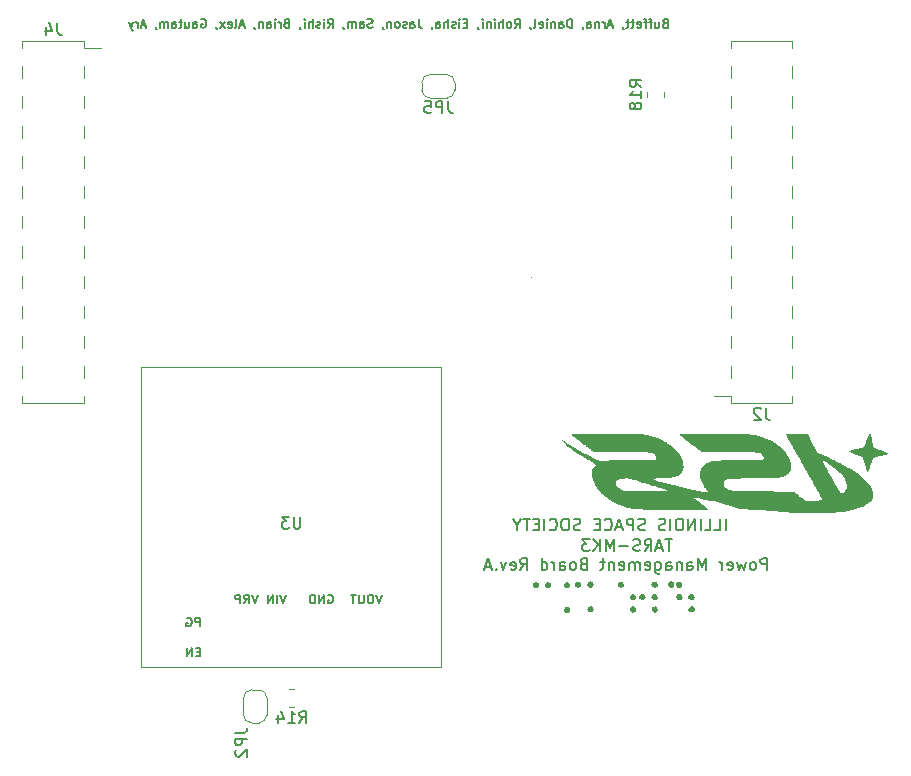
<source format=gbr>
%TF.GenerationSoftware,KiCad,Pcbnew,6.0.1*%
%TF.CreationDate,2022-02-10T21:42:24-06:00*%
%TF.ProjectId,POWER,504f5745-522e-46b6-9963-61645f706362,rev?*%
%TF.SameCoordinates,Original*%
%TF.FileFunction,Legend,Bot*%
%TF.FilePolarity,Positive*%
%FSLAX46Y46*%
G04 Gerber Fmt 4.6, Leading zero omitted, Abs format (unit mm)*
G04 Created by KiCad (PCBNEW 6.0.1) date 2022-02-10 21:42:24*
%MOMM*%
%LPD*%
G01*
G04 APERTURE LIST*
%ADD10C,0.200000*%
%ADD11C,0.150000*%
%ADD12C,0.120000*%
G04 APERTURE END LIST*
D10*
X104728571Y-146102380D02*
X104728571Y-145102380D01*
X103776190Y-146102380D02*
X104252380Y-146102380D01*
X104252380Y-145102380D01*
X102966666Y-146102380D02*
X103442857Y-146102380D01*
X103442857Y-145102380D01*
X102633333Y-146102380D02*
X102633333Y-145102380D01*
X102157142Y-146102380D02*
X102157142Y-145102380D01*
X101585714Y-146102380D01*
X101585714Y-145102380D01*
X100919047Y-145102380D02*
X100728571Y-145102380D01*
X100633333Y-145150000D01*
X100538095Y-145245238D01*
X100490476Y-145435714D01*
X100490476Y-145769047D01*
X100538095Y-145959523D01*
X100633333Y-146054761D01*
X100728571Y-146102380D01*
X100919047Y-146102380D01*
X101014285Y-146054761D01*
X101109523Y-145959523D01*
X101157142Y-145769047D01*
X101157142Y-145435714D01*
X101109523Y-145245238D01*
X101014285Y-145150000D01*
X100919047Y-145102380D01*
X100061904Y-146102380D02*
X100061904Y-145102380D01*
X99633333Y-146054761D02*
X99490476Y-146102380D01*
X99252380Y-146102380D01*
X99157142Y-146054761D01*
X99109523Y-146007142D01*
X99061904Y-145911904D01*
X99061904Y-145816666D01*
X99109523Y-145721428D01*
X99157142Y-145673809D01*
X99252380Y-145626190D01*
X99442857Y-145578571D01*
X99538095Y-145530952D01*
X99585714Y-145483333D01*
X99633333Y-145388095D01*
X99633333Y-145292857D01*
X99585714Y-145197619D01*
X99538095Y-145150000D01*
X99442857Y-145102380D01*
X99204761Y-145102380D01*
X99061904Y-145150000D01*
X97919047Y-146054761D02*
X97776190Y-146102380D01*
X97538095Y-146102380D01*
X97442857Y-146054761D01*
X97395238Y-146007142D01*
X97347619Y-145911904D01*
X97347619Y-145816666D01*
X97395238Y-145721428D01*
X97442857Y-145673809D01*
X97538095Y-145626190D01*
X97728571Y-145578571D01*
X97823809Y-145530952D01*
X97871428Y-145483333D01*
X97919047Y-145388095D01*
X97919047Y-145292857D01*
X97871428Y-145197619D01*
X97823809Y-145150000D01*
X97728571Y-145102380D01*
X97490476Y-145102380D01*
X97347619Y-145150000D01*
X96919047Y-146102380D02*
X96919047Y-145102380D01*
X96538095Y-145102380D01*
X96442857Y-145150000D01*
X96395238Y-145197619D01*
X96347619Y-145292857D01*
X96347619Y-145435714D01*
X96395238Y-145530952D01*
X96442857Y-145578571D01*
X96538095Y-145626190D01*
X96919047Y-145626190D01*
X95966666Y-145816666D02*
X95490476Y-145816666D01*
X96061904Y-146102380D02*
X95728571Y-145102380D01*
X95395238Y-146102380D01*
X94490476Y-146007142D02*
X94538095Y-146054761D01*
X94680952Y-146102380D01*
X94776190Y-146102380D01*
X94919047Y-146054761D01*
X95014285Y-145959523D01*
X95061904Y-145864285D01*
X95109523Y-145673809D01*
X95109523Y-145530952D01*
X95061904Y-145340476D01*
X95014285Y-145245238D01*
X94919047Y-145150000D01*
X94776190Y-145102380D01*
X94680952Y-145102380D01*
X94538095Y-145150000D01*
X94490476Y-145197619D01*
X94061904Y-145578571D02*
X93728571Y-145578571D01*
X93585714Y-146102380D02*
X94061904Y-146102380D01*
X94061904Y-145102380D01*
X93585714Y-145102380D01*
X92442857Y-146054761D02*
X92300000Y-146102380D01*
X92061904Y-146102380D01*
X91966666Y-146054761D01*
X91919047Y-146007142D01*
X91871428Y-145911904D01*
X91871428Y-145816666D01*
X91919047Y-145721428D01*
X91966666Y-145673809D01*
X92061904Y-145626190D01*
X92252380Y-145578571D01*
X92347619Y-145530952D01*
X92395238Y-145483333D01*
X92442857Y-145388095D01*
X92442857Y-145292857D01*
X92395238Y-145197619D01*
X92347619Y-145150000D01*
X92252380Y-145102380D01*
X92014285Y-145102380D01*
X91871428Y-145150000D01*
X91252380Y-145102380D02*
X91061904Y-145102380D01*
X90966666Y-145150000D01*
X90871428Y-145245238D01*
X90823809Y-145435714D01*
X90823809Y-145769047D01*
X90871428Y-145959523D01*
X90966666Y-146054761D01*
X91061904Y-146102380D01*
X91252380Y-146102380D01*
X91347619Y-146054761D01*
X91442857Y-145959523D01*
X91490476Y-145769047D01*
X91490476Y-145435714D01*
X91442857Y-145245238D01*
X91347619Y-145150000D01*
X91252380Y-145102380D01*
X89823809Y-146007142D02*
X89871428Y-146054761D01*
X90014285Y-146102380D01*
X90109523Y-146102380D01*
X90252380Y-146054761D01*
X90347619Y-145959523D01*
X90395238Y-145864285D01*
X90442857Y-145673809D01*
X90442857Y-145530952D01*
X90395238Y-145340476D01*
X90347619Y-145245238D01*
X90252380Y-145150000D01*
X90109523Y-145102380D01*
X90014285Y-145102380D01*
X89871428Y-145150000D01*
X89823809Y-145197619D01*
X89395238Y-146102380D02*
X89395238Y-145102380D01*
X88919047Y-145578571D02*
X88585714Y-145578571D01*
X88442857Y-146102380D02*
X88919047Y-146102380D01*
X88919047Y-145102380D01*
X88442857Y-145102380D01*
X88157142Y-145102380D02*
X87585714Y-145102380D01*
X87871428Y-146102380D02*
X87871428Y-145102380D01*
X87061904Y-145626190D02*
X87061904Y-146102380D01*
X87395238Y-145102380D02*
X87061904Y-145626190D01*
X86728571Y-145102380D01*
D11*
X99585714Y-103156428D02*
X99478571Y-103192142D01*
X99442857Y-103227857D01*
X99407142Y-103299285D01*
X99407142Y-103406428D01*
X99442857Y-103477857D01*
X99478571Y-103513571D01*
X99549999Y-103549285D01*
X99835714Y-103549285D01*
X99835714Y-102799285D01*
X99585714Y-102799285D01*
X99514285Y-102835000D01*
X99478571Y-102870714D01*
X99442857Y-102942142D01*
X99442857Y-103013571D01*
X99478571Y-103085000D01*
X99514285Y-103120714D01*
X99585714Y-103156428D01*
X99835714Y-103156428D01*
X98764285Y-103049285D02*
X98764285Y-103549285D01*
X99085714Y-103049285D02*
X99085714Y-103442142D01*
X99049999Y-103513571D01*
X98978571Y-103549285D01*
X98871428Y-103549285D01*
X98799999Y-103513571D01*
X98764285Y-103477857D01*
X98514285Y-103049285D02*
X98228571Y-103049285D01*
X98407142Y-103549285D02*
X98407142Y-102906428D01*
X98371428Y-102835000D01*
X98299999Y-102799285D01*
X98228571Y-102799285D01*
X98085714Y-103049285D02*
X97799999Y-103049285D01*
X97978571Y-103549285D02*
X97978571Y-102906428D01*
X97942857Y-102835000D01*
X97871428Y-102799285D01*
X97799999Y-102799285D01*
X97264285Y-103513571D02*
X97335714Y-103549285D01*
X97478571Y-103549285D01*
X97550000Y-103513571D01*
X97585714Y-103442142D01*
X97585714Y-103156428D01*
X97550000Y-103085000D01*
X97478571Y-103049285D01*
X97335714Y-103049285D01*
X97264285Y-103085000D01*
X97228571Y-103156428D01*
X97228571Y-103227857D01*
X97585714Y-103299285D01*
X97014285Y-103049285D02*
X96728571Y-103049285D01*
X96907142Y-102799285D02*
X96907142Y-103442142D01*
X96871428Y-103513571D01*
X96800000Y-103549285D01*
X96728571Y-103549285D01*
X96585714Y-103049285D02*
X96300000Y-103049285D01*
X96478571Y-102799285D02*
X96478571Y-103442142D01*
X96442857Y-103513571D01*
X96371428Y-103549285D01*
X96300000Y-103549285D01*
X96014285Y-103513571D02*
X96014285Y-103549285D01*
X96050000Y-103620714D01*
X96085714Y-103656428D01*
X95157142Y-103335000D02*
X94800000Y-103335000D01*
X95228571Y-103549285D02*
X94978571Y-102799285D01*
X94728571Y-103549285D01*
X94478571Y-103549285D02*
X94478571Y-103049285D01*
X94478571Y-103192142D02*
X94442857Y-103120714D01*
X94407142Y-103085000D01*
X94335714Y-103049285D01*
X94264285Y-103049285D01*
X94014285Y-103049285D02*
X94014285Y-103549285D01*
X94014285Y-103120714D02*
X93978571Y-103085000D01*
X93907142Y-103049285D01*
X93800000Y-103049285D01*
X93728571Y-103085000D01*
X93692857Y-103156428D01*
X93692857Y-103549285D01*
X93014285Y-103549285D02*
X93014285Y-103156428D01*
X93050000Y-103085000D01*
X93121428Y-103049285D01*
X93264285Y-103049285D01*
X93335714Y-103085000D01*
X93014285Y-103513571D02*
X93085714Y-103549285D01*
X93264285Y-103549285D01*
X93335714Y-103513571D01*
X93371428Y-103442142D01*
X93371428Y-103370714D01*
X93335714Y-103299285D01*
X93264285Y-103263571D01*
X93085714Y-103263571D01*
X93014285Y-103227857D01*
X92621428Y-103513571D02*
X92621428Y-103549285D01*
X92657142Y-103620714D01*
X92692857Y-103656428D01*
X91728571Y-103549285D02*
X91728571Y-102799285D01*
X91550000Y-102799285D01*
X91442857Y-102835000D01*
X91371428Y-102906428D01*
X91335714Y-102977857D01*
X91300000Y-103120714D01*
X91300000Y-103227857D01*
X91335714Y-103370714D01*
X91371428Y-103442142D01*
X91442857Y-103513571D01*
X91550000Y-103549285D01*
X91728571Y-103549285D01*
X90657142Y-103549285D02*
X90657142Y-103156428D01*
X90692857Y-103085000D01*
X90764285Y-103049285D01*
X90907142Y-103049285D01*
X90978571Y-103085000D01*
X90657142Y-103513571D02*
X90728571Y-103549285D01*
X90907142Y-103549285D01*
X90978571Y-103513571D01*
X91014285Y-103442142D01*
X91014285Y-103370714D01*
X90978571Y-103299285D01*
X90907142Y-103263571D01*
X90728571Y-103263571D01*
X90657142Y-103227857D01*
X90300000Y-103049285D02*
X90300000Y-103549285D01*
X90300000Y-103120714D02*
X90264285Y-103085000D01*
X90192857Y-103049285D01*
X90085714Y-103049285D01*
X90014285Y-103085000D01*
X89978571Y-103156428D01*
X89978571Y-103549285D01*
X89621428Y-103549285D02*
X89621428Y-103049285D01*
X89621428Y-102799285D02*
X89657142Y-102835000D01*
X89621428Y-102870714D01*
X89585714Y-102835000D01*
X89621428Y-102799285D01*
X89621428Y-102870714D01*
X88978571Y-103513571D02*
X89050000Y-103549285D01*
X89192857Y-103549285D01*
X89264285Y-103513571D01*
X89300000Y-103442142D01*
X89300000Y-103156428D01*
X89264285Y-103085000D01*
X89192857Y-103049285D01*
X89050000Y-103049285D01*
X88978571Y-103085000D01*
X88942857Y-103156428D01*
X88942857Y-103227857D01*
X89300000Y-103299285D01*
X88514285Y-103549285D02*
X88585714Y-103513571D01*
X88621428Y-103442142D01*
X88621428Y-102799285D01*
X88192857Y-103513571D02*
X88192857Y-103549285D01*
X88228571Y-103620714D01*
X88264285Y-103656428D01*
X86871428Y-103549285D02*
X87121428Y-103192142D01*
X87300000Y-103549285D02*
X87300000Y-102799285D01*
X87014285Y-102799285D01*
X86942857Y-102835000D01*
X86907142Y-102870714D01*
X86871428Y-102942142D01*
X86871428Y-103049285D01*
X86907142Y-103120714D01*
X86942857Y-103156428D01*
X87014285Y-103192142D01*
X87300000Y-103192142D01*
X86442857Y-103549285D02*
X86514285Y-103513571D01*
X86550000Y-103477857D01*
X86585714Y-103406428D01*
X86585714Y-103192142D01*
X86550000Y-103120714D01*
X86514285Y-103085000D01*
X86442857Y-103049285D01*
X86335714Y-103049285D01*
X86264285Y-103085000D01*
X86228571Y-103120714D01*
X86192857Y-103192142D01*
X86192857Y-103406428D01*
X86228571Y-103477857D01*
X86264285Y-103513571D01*
X86335714Y-103549285D01*
X86442857Y-103549285D01*
X85871428Y-103549285D02*
X85871428Y-102799285D01*
X85550000Y-103549285D02*
X85550000Y-103156428D01*
X85585714Y-103085000D01*
X85657142Y-103049285D01*
X85764285Y-103049285D01*
X85835714Y-103085000D01*
X85871428Y-103120714D01*
X85192857Y-103549285D02*
X85192857Y-103049285D01*
X85192857Y-102799285D02*
X85228571Y-102835000D01*
X85192857Y-102870714D01*
X85157142Y-102835000D01*
X85192857Y-102799285D01*
X85192857Y-102870714D01*
X84835714Y-103049285D02*
X84835714Y-103549285D01*
X84835714Y-103120714D02*
X84800000Y-103085000D01*
X84728571Y-103049285D01*
X84621428Y-103049285D01*
X84550000Y-103085000D01*
X84514285Y-103156428D01*
X84514285Y-103549285D01*
X84157142Y-103549285D02*
X84157142Y-103049285D01*
X84157142Y-102799285D02*
X84192857Y-102835000D01*
X84157142Y-102870714D01*
X84121428Y-102835000D01*
X84157142Y-102799285D01*
X84157142Y-102870714D01*
X83764285Y-103513571D02*
X83764285Y-103549285D01*
X83800000Y-103620714D01*
X83835714Y-103656428D01*
X82871428Y-103156428D02*
X82621428Y-103156428D01*
X82514285Y-103549285D02*
X82871428Y-103549285D01*
X82871428Y-102799285D01*
X82514285Y-102799285D01*
X82192857Y-103549285D02*
X82192857Y-103049285D01*
X82192857Y-102799285D02*
X82228571Y-102835000D01*
X82192857Y-102870714D01*
X82157142Y-102835000D01*
X82192857Y-102799285D01*
X82192857Y-102870714D01*
X81871428Y-103513571D02*
X81800000Y-103549285D01*
X81657142Y-103549285D01*
X81585714Y-103513571D01*
X81550000Y-103442142D01*
X81550000Y-103406428D01*
X81585714Y-103335000D01*
X81657142Y-103299285D01*
X81764285Y-103299285D01*
X81835714Y-103263571D01*
X81871428Y-103192142D01*
X81871428Y-103156428D01*
X81835714Y-103085000D01*
X81764285Y-103049285D01*
X81657142Y-103049285D01*
X81585714Y-103085000D01*
X81228571Y-103549285D02*
X81228571Y-102799285D01*
X80907142Y-103549285D02*
X80907142Y-103156428D01*
X80942857Y-103085000D01*
X81014285Y-103049285D01*
X81121428Y-103049285D01*
X81192857Y-103085000D01*
X81228571Y-103120714D01*
X80228571Y-103549285D02*
X80228571Y-103156428D01*
X80264285Y-103085000D01*
X80335714Y-103049285D01*
X80478571Y-103049285D01*
X80550000Y-103085000D01*
X80228571Y-103513571D02*
X80300000Y-103549285D01*
X80478571Y-103549285D01*
X80550000Y-103513571D01*
X80585714Y-103442142D01*
X80585714Y-103370714D01*
X80550000Y-103299285D01*
X80478571Y-103263571D01*
X80300000Y-103263571D01*
X80228571Y-103227857D01*
X79835714Y-103513571D02*
X79835714Y-103549285D01*
X79871428Y-103620714D01*
X79907142Y-103656428D01*
X78728571Y-102799285D02*
X78728571Y-103335000D01*
X78764285Y-103442142D01*
X78835714Y-103513571D01*
X78942857Y-103549285D01*
X79014285Y-103549285D01*
X78050000Y-103549285D02*
X78050000Y-103156428D01*
X78085714Y-103085000D01*
X78157142Y-103049285D01*
X78300000Y-103049285D01*
X78371428Y-103085000D01*
X78050000Y-103513571D02*
X78121428Y-103549285D01*
X78300000Y-103549285D01*
X78371428Y-103513571D01*
X78407142Y-103442142D01*
X78407142Y-103370714D01*
X78371428Y-103299285D01*
X78300000Y-103263571D01*
X78121428Y-103263571D01*
X78050000Y-103227857D01*
X77728571Y-103513571D02*
X77657142Y-103549285D01*
X77514285Y-103549285D01*
X77442857Y-103513571D01*
X77407142Y-103442142D01*
X77407142Y-103406428D01*
X77442857Y-103335000D01*
X77514285Y-103299285D01*
X77621428Y-103299285D01*
X77692857Y-103263571D01*
X77728571Y-103192142D01*
X77728571Y-103156428D01*
X77692857Y-103085000D01*
X77621428Y-103049285D01*
X77514285Y-103049285D01*
X77442857Y-103085000D01*
X76978571Y-103549285D02*
X77050000Y-103513571D01*
X77085714Y-103477857D01*
X77121428Y-103406428D01*
X77121428Y-103192142D01*
X77085714Y-103120714D01*
X77050000Y-103085000D01*
X76978571Y-103049285D01*
X76871428Y-103049285D01*
X76800000Y-103085000D01*
X76764285Y-103120714D01*
X76728571Y-103192142D01*
X76728571Y-103406428D01*
X76764285Y-103477857D01*
X76800000Y-103513571D01*
X76871428Y-103549285D01*
X76978571Y-103549285D01*
X76407142Y-103049285D02*
X76407142Y-103549285D01*
X76407142Y-103120714D02*
X76371428Y-103085000D01*
X76299999Y-103049285D01*
X76192857Y-103049285D01*
X76121428Y-103085000D01*
X76085714Y-103156428D01*
X76085714Y-103549285D01*
X75692857Y-103513571D02*
X75692857Y-103549285D01*
X75728571Y-103620714D01*
X75764285Y-103656428D01*
X74835714Y-103513571D02*
X74728571Y-103549285D01*
X74549999Y-103549285D01*
X74478571Y-103513571D01*
X74442857Y-103477857D01*
X74407142Y-103406428D01*
X74407142Y-103335000D01*
X74442857Y-103263571D01*
X74478571Y-103227857D01*
X74549999Y-103192142D01*
X74692857Y-103156428D01*
X74764285Y-103120714D01*
X74799999Y-103085000D01*
X74835714Y-103013571D01*
X74835714Y-102942142D01*
X74799999Y-102870714D01*
X74764285Y-102835000D01*
X74692857Y-102799285D01*
X74514285Y-102799285D01*
X74407142Y-102835000D01*
X73764285Y-103549285D02*
X73764285Y-103156428D01*
X73800000Y-103085000D01*
X73871428Y-103049285D01*
X74014285Y-103049285D01*
X74085714Y-103085000D01*
X73764285Y-103513571D02*
X73835714Y-103549285D01*
X74014285Y-103549285D01*
X74085714Y-103513571D01*
X74121428Y-103442142D01*
X74121428Y-103370714D01*
X74085714Y-103299285D01*
X74014285Y-103263571D01*
X73835714Y-103263571D01*
X73764285Y-103227857D01*
X73407142Y-103549285D02*
X73407142Y-103049285D01*
X73407142Y-103120714D02*
X73371428Y-103085000D01*
X73299999Y-103049285D01*
X73192857Y-103049285D01*
X73121428Y-103085000D01*
X73085714Y-103156428D01*
X73085714Y-103549285D01*
X73085714Y-103156428D02*
X73049999Y-103085000D01*
X72978571Y-103049285D01*
X72871428Y-103049285D01*
X72799999Y-103085000D01*
X72764285Y-103156428D01*
X72764285Y-103549285D01*
X72371428Y-103513571D02*
X72371428Y-103549285D01*
X72407142Y-103620714D01*
X72442857Y-103656428D01*
X71049999Y-103549285D02*
X71299999Y-103192142D01*
X71478571Y-103549285D02*
X71478571Y-102799285D01*
X71192857Y-102799285D01*
X71121428Y-102835000D01*
X71085714Y-102870714D01*
X71049999Y-102942142D01*
X71049999Y-103049285D01*
X71085714Y-103120714D01*
X71121428Y-103156428D01*
X71192857Y-103192142D01*
X71478571Y-103192142D01*
X70728571Y-103549285D02*
X70728571Y-103049285D01*
X70728571Y-102799285D02*
X70764285Y-102835000D01*
X70728571Y-102870714D01*
X70692857Y-102835000D01*
X70728571Y-102799285D01*
X70728571Y-102870714D01*
X70407142Y-103513571D02*
X70335714Y-103549285D01*
X70192857Y-103549285D01*
X70121428Y-103513571D01*
X70085714Y-103442142D01*
X70085714Y-103406428D01*
X70121428Y-103335000D01*
X70192857Y-103299285D01*
X70299999Y-103299285D01*
X70371428Y-103263571D01*
X70407142Y-103192142D01*
X70407142Y-103156428D01*
X70371428Y-103085000D01*
X70299999Y-103049285D01*
X70192857Y-103049285D01*
X70121428Y-103085000D01*
X69764285Y-103549285D02*
X69764285Y-102799285D01*
X69442857Y-103549285D02*
X69442857Y-103156428D01*
X69478571Y-103085000D01*
X69549999Y-103049285D01*
X69657142Y-103049285D01*
X69728571Y-103085000D01*
X69764285Y-103120714D01*
X69085714Y-103549285D02*
X69085714Y-103049285D01*
X69085714Y-102799285D02*
X69121428Y-102835000D01*
X69085714Y-102870714D01*
X69049999Y-102835000D01*
X69085714Y-102799285D01*
X69085714Y-102870714D01*
X68692857Y-103513571D02*
X68692857Y-103549285D01*
X68728571Y-103620714D01*
X68764285Y-103656428D01*
X67550000Y-103156428D02*
X67442857Y-103192142D01*
X67407142Y-103227857D01*
X67371428Y-103299285D01*
X67371428Y-103406428D01*
X67407142Y-103477857D01*
X67442857Y-103513571D01*
X67514285Y-103549285D01*
X67800000Y-103549285D01*
X67800000Y-102799285D01*
X67550000Y-102799285D01*
X67478571Y-102835000D01*
X67442857Y-102870714D01*
X67407142Y-102942142D01*
X67407142Y-103013571D01*
X67442857Y-103085000D01*
X67478571Y-103120714D01*
X67550000Y-103156428D01*
X67800000Y-103156428D01*
X67049999Y-103549285D02*
X67049999Y-103049285D01*
X67049999Y-103192142D02*
X67014285Y-103120714D01*
X66978571Y-103085000D01*
X66907142Y-103049285D01*
X66835714Y-103049285D01*
X66585714Y-103549285D02*
X66585714Y-103049285D01*
X66585714Y-102799285D02*
X66621428Y-102835000D01*
X66585714Y-102870714D01*
X66549999Y-102835000D01*
X66585714Y-102799285D01*
X66585714Y-102870714D01*
X65907142Y-103549285D02*
X65907142Y-103156428D01*
X65942857Y-103085000D01*
X66014285Y-103049285D01*
X66157142Y-103049285D01*
X66228571Y-103085000D01*
X65907142Y-103513571D02*
X65978571Y-103549285D01*
X66157142Y-103549285D01*
X66228571Y-103513571D01*
X66264285Y-103442142D01*
X66264285Y-103370714D01*
X66228571Y-103299285D01*
X66157142Y-103263571D01*
X65978571Y-103263571D01*
X65907142Y-103227857D01*
X65549999Y-103049285D02*
X65549999Y-103549285D01*
X65549999Y-103120714D02*
X65514285Y-103085000D01*
X65442857Y-103049285D01*
X65335714Y-103049285D01*
X65264285Y-103085000D01*
X65228571Y-103156428D01*
X65228571Y-103549285D01*
X64835714Y-103513571D02*
X64835714Y-103549285D01*
X64871428Y-103620714D01*
X64907142Y-103656428D01*
X63978571Y-103335000D02*
X63621428Y-103335000D01*
X64049999Y-103549285D02*
X63799999Y-102799285D01*
X63549999Y-103549285D01*
X63192857Y-103549285D02*
X63264285Y-103513571D01*
X63299999Y-103442142D01*
X63299999Y-102799285D01*
X62621428Y-103513571D02*
X62692857Y-103549285D01*
X62835714Y-103549285D01*
X62907142Y-103513571D01*
X62942857Y-103442142D01*
X62942857Y-103156428D01*
X62907142Y-103085000D01*
X62835714Y-103049285D01*
X62692857Y-103049285D01*
X62621428Y-103085000D01*
X62585714Y-103156428D01*
X62585714Y-103227857D01*
X62942857Y-103299285D01*
X62335714Y-103549285D02*
X61942857Y-103049285D01*
X62335714Y-103049285D02*
X61942857Y-103549285D01*
X61621428Y-103513571D02*
X61621428Y-103549285D01*
X61657142Y-103620714D01*
X61692857Y-103656428D01*
X60335714Y-102835000D02*
X60407142Y-102799285D01*
X60514285Y-102799285D01*
X60621428Y-102835000D01*
X60692857Y-102906428D01*
X60728571Y-102977857D01*
X60764285Y-103120714D01*
X60764285Y-103227857D01*
X60728571Y-103370714D01*
X60692857Y-103442142D01*
X60621428Y-103513571D01*
X60514285Y-103549285D01*
X60442857Y-103549285D01*
X60335714Y-103513571D01*
X60299999Y-103477857D01*
X60299999Y-103227857D01*
X60442857Y-103227857D01*
X59657142Y-103549285D02*
X59657142Y-103156428D01*
X59692857Y-103085000D01*
X59764285Y-103049285D01*
X59907142Y-103049285D01*
X59978571Y-103085000D01*
X59657142Y-103513571D02*
X59728571Y-103549285D01*
X59907142Y-103549285D01*
X59978571Y-103513571D01*
X60014285Y-103442142D01*
X60014285Y-103370714D01*
X59978571Y-103299285D01*
X59907142Y-103263571D01*
X59728571Y-103263571D01*
X59657142Y-103227857D01*
X58978571Y-103049285D02*
X58978571Y-103549285D01*
X59299999Y-103049285D02*
X59299999Y-103442142D01*
X59264285Y-103513571D01*
X59192857Y-103549285D01*
X59085714Y-103549285D01*
X59014285Y-103513571D01*
X58978571Y-103477857D01*
X58728571Y-103049285D02*
X58442857Y-103049285D01*
X58621428Y-102799285D02*
X58621428Y-103442142D01*
X58585714Y-103513571D01*
X58514285Y-103549285D01*
X58442857Y-103549285D01*
X57871428Y-103549285D02*
X57871428Y-103156428D01*
X57907142Y-103085000D01*
X57978571Y-103049285D01*
X58121428Y-103049285D01*
X58192857Y-103085000D01*
X57871428Y-103513571D02*
X57942857Y-103549285D01*
X58121428Y-103549285D01*
X58192857Y-103513571D01*
X58228571Y-103442142D01*
X58228571Y-103370714D01*
X58192857Y-103299285D01*
X58121428Y-103263571D01*
X57942857Y-103263571D01*
X57871428Y-103227857D01*
X57514285Y-103549285D02*
X57514285Y-103049285D01*
X57514285Y-103120714D02*
X57478571Y-103085000D01*
X57407142Y-103049285D01*
X57299999Y-103049285D01*
X57228571Y-103085000D01*
X57192857Y-103156428D01*
X57192857Y-103549285D01*
X57192857Y-103156428D02*
X57157142Y-103085000D01*
X57085714Y-103049285D01*
X56978571Y-103049285D01*
X56907142Y-103085000D01*
X56871428Y-103156428D01*
X56871428Y-103549285D01*
X56478571Y-103513571D02*
X56478571Y-103549285D01*
X56514285Y-103620714D01*
X56549999Y-103656428D01*
X55621428Y-103335000D02*
X55264285Y-103335000D01*
X55692857Y-103549285D02*
X55442857Y-102799285D01*
X55192857Y-103549285D01*
X54942857Y-103549285D02*
X54942857Y-103049285D01*
X54942857Y-103192142D02*
X54907142Y-103120714D01*
X54871428Y-103085000D01*
X54799999Y-103049285D01*
X54728571Y-103049285D01*
X54549999Y-103049285D02*
X54371428Y-103549285D01*
X54192857Y-103049285D02*
X54371428Y-103549285D01*
X54442857Y-103727857D01*
X54478571Y-103763571D01*
X54549999Y-103799285D01*
D10*
X100207142Y-146847380D02*
X99635714Y-146847380D01*
X99921428Y-147847380D02*
X99921428Y-146847380D01*
X99350000Y-147561666D02*
X98873809Y-147561666D01*
X99445238Y-147847380D02*
X99111904Y-146847380D01*
X98778571Y-147847380D01*
X97873809Y-147847380D02*
X98207142Y-147371190D01*
X98445238Y-147847380D02*
X98445238Y-146847380D01*
X98064285Y-146847380D01*
X97969047Y-146895000D01*
X97921428Y-146942619D01*
X97873809Y-147037857D01*
X97873809Y-147180714D01*
X97921428Y-147275952D01*
X97969047Y-147323571D01*
X98064285Y-147371190D01*
X98445238Y-147371190D01*
X97492857Y-147799761D02*
X97350000Y-147847380D01*
X97111904Y-147847380D01*
X97016666Y-147799761D01*
X96969047Y-147752142D01*
X96921428Y-147656904D01*
X96921428Y-147561666D01*
X96969047Y-147466428D01*
X97016666Y-147418809D01*
X97111904Y-147371190D01*
X97302380Y-147323571D01*
X97397619Y-147275952D01*
X97445238Y-147228333D01*
X97492857Y-147133095D01*
X97492857Y-147037857D01*
X97445238Y-146942619D01*
X97397619Y-146895000D01*
X97302380Y-146847380D01*
X97064285Y-146847380D01*
X96921428Y-146895000D01*
X96492857Y-147466428D02*
X95730952Y-147466428D01*
X95254761Y-147847380D02*
X95254761Y-146847380D01*
X94921428Y-147561666D01*
X94588095Y-146847380D01*
X94588095Y-147847380D01*
X94111904Y-147847380D02*
X94111904Y-146847380D01*
X93540476Y-147847380D02*
X93969047Y-147275952D01*
X93540476Y-146847380D02*
X94111904Y-147418809D01*
X93207142Y-146847380D02*
X92588095Y-146847380D01*
X92921428Y-147228333D01*
X92778571Y-147228333D01*
X92683333Y-147275952D01*
X92635714Y-147323571D01*
X92588095Y-147418809D01*
X92588095Y-147656904D01*
X92635714Y-147752142D01*
X92683333Y-147799761D01*
X92778571Y-147847380D01*
X93064285Y-147847380D01*
X93159523Y-147799761D01*
X93207142Y-147752142D01*
X108254761Y-149457380D02*
X108254761Y-148457380D01*
X107873809Y-148457380D01*
X107778571Y-148505000D01*
X107730952Y-148552619D01*
X107683333Y-148647857D01*
X107683333Y-148790714D01*
X107730952Y-148885952D01*
X107778571Y-148933571D01*
X107873809Y-148981190D01*
X108254761Y-148981190D01*
X107111904Y-149457380D02*
X107207142Y-149409761D01*
X107254761Y-149362142D01*
X107302380Y-149266904D01*
X107302380Y-148981190D01*
X107254761Y-148885952D01*
X107207142Y-148838333D01*
X107111904Y-148790714D01*
X106969047Y-148790714D01*
X106873809Y-148838333D01*
X106826190Y-148885952D01*
X106778571Y-148981190D01*
X106778571Y-149266904D01*
X106826190Y-149362142D01*
X106873809Y-149409761D01*
X106969047Y-149457380D01*
X107111904Y-149457380D01*
X106445238Y-148790714D02*
X106254761Y-149457380D01*
X106064285Y-148981190D01*
X105873809Y-149457380D01*
X105683333Y-148790714D01*
X104921428Y-149409761D02*
X105016666Y-149457380D01*
X105207142Y-149457380D01*
X105302380Y-149409761D01*
X105350000Y-149314523D01*
X105350000Y-148933571D01*
X105302380Y-148838333D01*
X105207142Y-148790714D01*
X105016666Y-148790714D01*
X104921428Y-148838333D01*
X104873809Y-148933571D01*
X104873809Y-149028809D01*
X105350000Y-149124047D01*
X104445238Y-149457380D02*
X104445238Y-148790714D01*
X104445238Y-148981190D02*
X104397619Y-148885952D01*
X104350000Y-148838333D01*
X104254761Y-148790714D01*
X104159523Y-148790714D01*
X103064285Y-149457380D02*
X103064285Y-148457380D01*
X102730952Y-149171666D01*
X102397619Y-148457380D01*
X102397619Y-149457380D01*
X101492857Y-149457380D02*
X101492857Y-148933571D01*
X101540476Y-148838333D01*
X101635714Y-148790714D01*
X101826190Y-148790714D01*
X101921428Y-148838333D01*
X101492857Y-149409761D02*
X101588095Y-149457380D01*
X101826190Y-149457380D01*
X101921428Y-149409761D01*
X101969047Y-149314523D01*
X101969047Y-149219285D01*
X101921428Y-149124047D01*
X101826190Y-149076428D01*
X101588095Y-149076428D01*
X101492857Y-149028809D01*
X101016666Y-148790714D02*
X101016666Y-149457380D01*
X101016666Y-148885952D02*
X100969047Y-148838333D01*
X100873809Y-148790714D01*
X100730952Y-148790714D01*
X100635714Y-148838333D01*
X100588095Y-148933571D01*
X100588095Y-149457380D01*
X99683333Y-149457380D02*
X99683333Y-148933571D01*
X99730952Y-148838333D01*
X99826190Y-148790714D01*
X100016666Y-148790714D01*
X100111904Y-148838333D01*
X99683333Y-149409761D02*
X99778571Y-149457380D01*
X100016666Y-149457380D01*
X100111904Y-149409761D01*
X100159523Y-149314523D01*
X100159523Y-149219285D01*
X100111904Y-149124047D01*
X100016666Y-149076428D01*
X99778571Y-149076428D01*
X99683333Y-149028809D01*
X98778571Y-148790714D02*
X98778571Y-149600238D01*
X98826190Y-149695476D01*
X98873809Y-149743095D01*
X98969047Y-149790714D01*
X99111904Y-149790714D01*
X99207142Y-149743095D01*
X98778571Y-149409761D02*
X98873809Y-149457380D01*
X99064285Y-149457380D01*
X99159523Y-149409761D01*
X99207142Y-149362142D01*
X99254761Y-149266904D01*
X99254761Y-148981190D01*
X99207142Y-148885952D01*
X99159523Y-148838333D01*
X99064285Y-148790714D01*
X98873809Y-148790714D01*
X98778571Y-148838333D01*
X97921428Y-149409761D02*
X98016666Y-149457380D01*
X98207142Y-149457380D01*
X98302380Y-149409761D01*
X98350000Y-149314523D01*
X98350000Y-148933571D01*
X98302380Y-148838333D01*
X98207142Y-148790714D01*
X98016666Y-148790714D01*
X97921428Y-148838333D01*
X97873809Y-148933571D01*
X97873809Y-149028809D01*
X98350000Y-149124047D01*
X97445238Y-149457380D02*
X97445238Y-148790714D01*
X97445238Y-148885952D02*
X97397619Y-148838333D01*
X97302380Y-148790714D01*
X97159523Y-148790714D01*
X97064285Y-148838333D01*
X97016666Y-148933571D01*
X97016666Y-149457380D01*
X97016666Y-148933571D02*
X96969047Y-148838333D01*
X96873809Y-148790714D01*
X96730952Y-148790714D01*
X96635714Y-148838333D01*
X96588095Y-148933571D01*
X96588095Y-149457380D01*
X95730952Y-149409761D02*
X95826190Y-149457380D01*
X96016666Y-149457380D01*
X96111904Y-149409761D01*
X96159523Y-149314523D01*
X96159523Y-148933571D01*
X96111904Y-148838333D01*
X96016666Y-148790714D01*
X95826190Y-148790714D01*
X95730952Y-148838333D01*
X95683333Y-148933571D01*
X95683333Y-149028809D01*
X96159523Y-149124047D01*
X95254761Y-148790714D02*
X95254761Y-149457380D01*
X95254761Y-148885952D02*
X95207142Y-148838333D01*
X95111904Y-148790714D01*
X94969047Y-148790714D01*
X94873809Y-148838333D01*
X94826190Y-148933571D01*
X94826190Y-149457380D01*
X94492857Y-148790714D02*
X94111904Y-148790714D01*
X94350000Y-148457380D02*
X94350000Y-149314523D01*
X94302380Y-149409761D01*
X94207142Y-149457380D01*
X94111904Y-149457380D01*
X92683333Y-148933571D02*
X92540476Y-148981190D01*
X92492857Y-149028809D01*
X92445238Y-149124047D01*
X92445238Y-149266904D01*
X92492857Y-149362142D01*
X92540476Y-149409761D01*
X92635714Y-149457380D01*
X93016666Y-149457380D01*
X93016666Y-148457380D01*
X92683333Y-148457380D01*
X92588095Y-148505000D01*
X92540476Y-148552619D01*
X92492857Y-148647857D01*
X92492857Y-148743095D01*
X92540476Y-148838333D01*
X92588095Y-148885952D01*
X92683333Y-148933571D01*
X93016666Y-148933571D01*
X91873809Y-149457380D02*
X91969047Y-149409761D01*
X92016666Y-149362142D01*
X92064285Y-149266904D01*
X92064285Y-148981190D01*
X92016666Y-148885952D01*
X91969047Y-148838333D01*
X91873809Y-148790714D01*
X91730952Y-148790714D01*
X91635714Y-148838333D01*
X91588095Y-148885952D01*
X91540476Y-148981190D01*
X91540476Y-149266904D01*
X91588095Y-149362142D01*
X91635714Y-149409761D01*
X91730952Y-149457380D01*
X91873809Y-149457380D01*
X90683333Y-149457380D02*
X90683333Y-148933571D01*
X90730952Y-148838333D01*
X90826190Y-148790714D01*
X91016666Y-148790714D01*
X91111904Y-148838333D01*
X90683333Y-149409761D02*
X90778571Y-149457380D01*
X91016666Y-149457380D01*
X91111904Y-149409761D01*
X91159523Y-149314523D01*
X91159523Y-149219285D01*
X91111904Y-149124047D01*
X91016666Y-149076428D01*
X90778571Y-149076428D01*
X90683333Y-149028809D01*
X90207142Y-149457380D02*
X90207142Y-148790714D01*
X90207142Y-148981190D02*
X90159523Y-148885952D01*
X90111904Y-148838333D01*
X90016666Y-148790714D01*
X89921428Y-148790714D01*
X89159523Y-149457380D02*
X89159523Y-148457380D01*
X89159523Y-149409761D02*
X89254761Y-149457380D01*
X89445238Y-149457380D01*
X89540476Y-149409761D01*
X89588095Y-149362142D01*
X89635714Y-149266904D01*
X89635714Y-148981190D01*
X89588095Y-148885952D01*
X89540476Y-148838333D01*
X89445238Y-148790714D01*
X89254761Y-148790714D01*
X89159523Y-148838333D01*
X87350000Y-149457380D02*
X87683333Y-148981190D01*
X87921428Y-149457380D02*
X87921428Y-148457380D01*
X87540476Y-148457380D01*
X87445238Y-148505000D01*
X87397619Y-148552619D01*
X87350000Y-148647857D01*
X87350000Y-148790714D01*
X87397619Y-148885952D01*
X87445238Y-148933571D01*
X87540476Y-148981190D01*
X87921428Y-148981190D01*
X86540476Y-149409761D02*
X86635714Y-149457380D01*
X86826190Y-149457380D01*
X86921428Y-149409761D01*
X86969047Y-149314523D01*
X86969047Y-148933571D01*
X86921428Y-148838333D01*
X86826190Y-148790714D01*
X86635714Y-148790714D01*
X86540476Y-148838333D01*
X86492857Y-148933571D01*
X86492857Y-149028809D01*
X86969047Y-149124047D01*
X86159523Y-148790714D02*
X85921428Y-149457380D01*
X85683333Y-148790714D01*
X85302380Y-149362142D02*
X85254761Y-149409761D01*
X85302380Y-149457380D01*
X85350000Y-149409761D01*
X85302380Y-149362142D01*
X85302380Y-149457380D01*
X84873809Y-149171666D02*
X84397619Y-149171666D01*
X84969047Y-149457380D02*
X84635714Y-148457380D01*
X84302380Y-149457380D01*
D11*
%TO.C,J2*%
X108124333Y-135732380D02*
X108124333Y-136446666D01*
X108171952Y-136589523D01*
X108267190Y-136684761D01*
X108410047Y-136732380D01*
X108505285Y-136732380D01*
X107695761Y-135827619D02*
X107648142Y-135780000D01*
X107552904Y-135732380D01*
X107314809Y-135732380D01*
X107219571Y-135780000D01*
X107171952Y-135827619D01*
X107124333Y-135922857D01*
X107124333Y-136018095D01*
X107171952Y-136160952D01*
X107743380Y-136732380D01*
X107124333Y-136732380D01*
%TO.C,J4*%
X48124333Y-103132380D02*
X48124333Y-103846666D01*
X48171952Y-103989523D01*
X48267190Y-104084761D01*
X48410047Y-104132380D01*
X48505285Y-104132380D01*
X47219571Y-103465714D02*
X47219571Y-104132380D01*
X47457666Y-103084761D02*
X47695761Y-103799047D01*
X47076714Y-103799047D01*
%TO.C,R18*%
X97602380Y-108557142D02*
X97126190Y-108223809D01*
X97602380Y-107985714D02*
X96602380Y-107985714D01*
X96602380Y-108366666D01*
X96650000Y-108461904D01*
X96697619Y-108509523D01*
X96792857Y-108557142D01*
X96935714Y-108557142D01*
X97030952Y-108509523D01*
X97078571Y-108461904D01*
X97126190Y-108366666D01*
X97126190Y-107985714D01*
X97602380Y-109509523D02*
X97602380Y-108938095D01*
X97602380Y-109223809D02*
X96602380Y-109223809D01*
X96745238Y-109128571D01*
X96840476Y-109033333D01*
X96888095Y-108938095D01*
X97030952Y-110080952D02*
X96983333Y-109985714D01*
X96935714Y-109938095D01*
X96840476Y-109890476D01*
X96792857Y-109890476D01*
X96697619Y-109938095D01*
X96650000Y-109985714D01*
X96602380Y-110080952D01*
X96602380Y-110271428D01*
X96650000Y-110366666D01*
X96697619Y-110414285D01*
X96792857Y-110461904D01*
X96840476Y-110461904D01*
X96935714Y-110414285D01*
X96983333Y-110366666D01*
X97030952Y-110271428D01*
X97030952Y-110080952D01*
X97078571Y-109985714D01*
X97126190Y-109938095D01*
X97221428Y-109890476D01*
X97411904Y-109890476D01*
X97507142Y-109938095D01*
X97554761Y-109985714D01*
X97602380Y-110080952D01*
X97602380Y-110271428D01*
X97554761Y-110366666D01*
X97507142Y-110414285D01*
X97411904Y-110461904D01*
X97221428Y-110461904D01*
X97126190Y-110414285D01*
X97078571Y-110366666D01*
X97030952Y-110271428D01*
%TO.C,JP5*%
X81233333Y-109752380D02*
X81233333Y-110466666D01*
X81280952Y-110609523D01*
X81376190Y-110704761D01*
X81519047Y-110752380D01*
X81614285Y-110752380D01*
X80757142Y-110752380D02*
X80757142Y-109752380D01*
X80376190Y-109752380D01*
X80280952Y-109800000D01*
X80233333Y-109847619D01*
X80185714Y-109942857D01*
X80185714Y-110085714D01*
X80233333Y-110180952D01*
X80280952Y-110228571D01*
X80376190Y-110276190D01*
X80757142Y-110276190D01*
X79280952Y-109752380D02*
X79757142Y-109752380D01*
X79804761Y-110228571D01*
X79757142Y-110180952D01*
X79661904Y-110133333D01*
X79423809Y-110133333D01*
X79328571Y-110180952D01*
X79280952Y-110228571D01*
X79233333Y-110323809D01*
X79233333Y-110561904D01*
X79280952Y-110657142D01*
X79328571Y-110704761D01*
X79423809Y-110752380D01*
X79661904Y-110752380D01*
X79757142Y-110704761D01*
X79804761Y-110657142D01*
%TO.C,U3*%
X68721904Y-144952380D02*
X68721904Y-145761904D01*
X68674285Y-145857142D01*
X68626666Y-145904761D01*
X68531428Y-145952380D01*
X68340952Y-145952380D01*
X68245714Y-145904761D01*
X68198095Y-145857142D01*
X68150476Y-145761904D01*
X68150476Y-144952380D01*
X67769523Y-144952380D02*
X67150476Y-144952380D01*
X67483809Y-145333333D01*
X67340952Y-145333333D01*
X67245714Y-145380952D01*
X67198095Y-145428571D01*
X67150476Y-145523809D01*
X67150476Y-145761904D01*
X67198095Y-145857142D01*
X67245714Y-145904761D01*
X67340952Y-145952380D01*
X67626666Y-145952380D01*
X67721904Y-145904761D01*
X67769523Y-145857142D01*
X75631428Y-151539285D02*
X75381428Y-152289285D01*
X75131428Y-151539285D01*
X74738571Y-151539285D02*
X74595714Y-151539285D01*
X74524285Y-151575000D01*
X74452857Y-151646428D01*
X74417142Y-151789285D01*
X74417142Y-152039285D01*
X74452857Y-152182142D01*
X74524285Y-152253571D01*
X74595714Y-152289285D01*
X74738571Y-152289285D01*
X74810000Y-152253571D01*
X74881428Y-152182142D01*
X74917142Y-152039285D01*
X74917142Y-151789285D01*
X74881428Y-151646428D01*
X74810000Y-151575000D01*
X74738571Y-151539285D01*
X74095714Y-151539285D02*
X74095714Y-152146428D01*
X74060000Y-152217857D01*
X74024285Y-152253571D01*
X73952857Y-152289285D01*
X73810000Y-152289285D01*
X73738571Y-152253571D01*
X73702857Y-152217857D01*
X73667142Y-152146428D01*
X73667142Y-151539285D01*
X73417142Y-151539285D02*
X72988571Y-151539285D01*
X73202857Y-152289285D02*
X73202857Y-151539285D01*
X71071428Y-151575000D02*
X71142857Y-151539285D01*
X71250000Y-151539285D01*
X71357142Y-151575000D01*
X71428571Y-151646428D01*
X71464285Y-151717857D01*
X71500000Y-151860714D01*
X71500000Y-151967857D01*
X71464285Y-152110714D01*
X71428571Y-152182142D01*
X71357142Y-152253571D01*
X71250000Y-152289285D01*
X71178571Y-152289285D01*
X71071428Y-152253571D01*
X71035714Y-152217857D01*
X71035714Y-151967857D01*
X71178571Y-151967857D01*
X70714285Y-152289285D02*
X70714285Y-151539285D01*
X70285714Y-152289285D01*
X70285714Y-151539285D01*
X69928571Y-152289285D02*
X69928571Y-151539285D01*
X69750000Y-151539285D01*
X69642857Y-151575000D01*
X69571428Y-151646428D01*
X69535714Y-151717857D01*
X69500000Y-151860714D01*
X69500000Y-151967857D01*
X69535714Y-152110714D01*
X69571428Y-152182142D01*
X69642857Y-152253571D01*
X69750000Y-152289285D01*
X69928571Y-152289285D01*
X65150000Y-151539285D02*
X64900000Y-152289285D01*
X64650000Y-151539285D01*
X63971428Y-152289285D02*
X64221428Y-151932142D01*
X64400000Y-152289285D02*
X64400000Y-151539285D01*
X64114285Y-151539285D01*
X64042857Y-151575000D01*
X64007142Y-151610714D01*
X63971428Y-151682142D01*
X63971428Y-151789285D01*
X64007142Y-151860714D01*
X64042857Y-151896428D01*
X64114285Y-151932142D01*
X64400000Y-151932142D01*
X63650000Y-152289285D02*
X63650000Y-151539285D01*
X63364285Y-151539285D01*
X63292857Y-151575000D01*
X63257142Y-151610714D01*
X63221428Y-151682142D01*
X63221428Y-151789285D01*
X63257142Y-151860714D01*
X63292857Y-151896428D01*
X63364285Y-151932142D01*
X63650000Y-151932142D01*
X67511428Y-151539285D02*
X67261428Y-152289285D01*
X67011428Y-151539285D01*
X66761428Y-152289285D02*
X66761428Y-151539285D01*
X66404285Y-152289285D02*
X66404285Y-151539285D01*
X65975714Y-152289285D01*
X65975714Y-151539285D01*
X60231428Y-154229285D02*
X60231428Y-153479285D01*
X59945714Y-153479285D01*
X59874285Y-153515000D01*
X59838571Y-153550714D01*
X59802857Y-153622142D01*
X59802857Y-153729285D01*
X59838571Y-153800714D01*
X59874285Y-153836428D01*
X59945714Y-153872142D01*
X60231428Y-153872142D01*
X59088571Y-153515000D02*
X59160000Y-153479285D01*
X59267142Y-153479285D01*
X59374285Y-153515000D01*
X59445714Y-153586428D01*
X59481428Y-153657857D01*
X59517142Y-153800714D01*
X59517142Y-153907857D01*
X59481428Y-154050714D01*
X59445714Y-154122142D01*
X59374285Y-154193571D01*
X59267142Y-154229285D01*
X59195714Y-154229285D01*
X59088571Y-154193571D01*
X59052857Y-154157857D01*
X59052857Y-153907857D01*
X59195714Y-153907857D01*
X60213571Y-156376428D02*
X59963571Y-156376428D01*
X59856428Y-156769285D02*
X60213571Y-156769285D01*
X60213571Y-156019285D01*
X59856428Y-156019285D01*
X59535000Y-156769285D02*
X59535000Y-156019285D01*
X59106428Y-156769285D01*
X59106428Y-156019285D01*
%TO.C,JP2*%
X63222380Y-163256666D02*
X63936666Y-163256666D01*
X64079523Y-163209047D01*
X64174761Y-163113809D01*
X64222380Y-162970952D01*
X64222380Y-162875714D01*
X64222380Y-163732857D02*
X63222380Y-163732857D01*
X63222380Y-164113809D01*
X63270000Y-164209047D01*
X63317619Y-164256666D01*
X63412857Y-164304285D01*
X63555714Y-164304285D01*
X63650952Y-164256666D01*
X63698571Y-164209047D01*
X63746190Y-164113809D01*
X63746190Y-163732857D01*
X63317619Y-164685238D02*
X63270000Y-164732857D01*
X63222380Y-164828095D01*
X63222380Y-165066190D01*
X63270000Y-165161428D01*
X63317619Y-165209047D01*
X63412857Y-165256666D01*
X63508095Y-165256666D01*
X63650952Y-165209047D01*
X64222380Y-164637619D01*
X64222380Y-165256666D01*
%TO.C,R14*%
X68642857Y-162402380D02*
X68976190Y-161926190D01*
X69214285Y-162402380D02*
X69214285Y-161402380D01*
X68833333Y-161402380D01*
X68738095Y-161450000D01*
X68690476Y-161497619D01*
X68642857Y-161592857D01*
X68642857Y-161735714D01*
X68690476Y-161830952D01*
X68738095Y-161878571D01*
X68833333Y-161926190D01*
X69214285Y-161926190D01*
X67690476Y-162402380D02*
X68261904Y-162402380D01*
X67976190Y-162402380D02*
X67976190Y-161402380D01*
X68071428Y-161545238D01*
X68166666Y-161640476D01*
X68261904Y-161688095D01*
X66833333Y-161735714D02*
X66833333Y-162402380D01*
X67071428Y-161354761D02*
X67309523Y-162069047D01*
X66690476Y-162069047D01*
D12*
%TO.C,J2*%
X105191000Y-130650000D02*
X105191000Y-129630000D01*
X110391000Y-117950000D02*
X110391000Y-116930000D01*
X105191000Y-115410000D02*
X105191000Y-114390000D01*
X110391000Y-125570000D02*
X110391000Y-124550000D01*
X103751000Y-134710000D02*
X105191000Y-134710000D01*
X110391000Y-110330000D02*
X110391000Y-109310000D01*
X110391000Y-133190000D02*
X110391000Y-132170000D01*
X105191000Y-125570000D02*
X105191000Y-124550000D01*
X105191000Y-107790000D02*
X105191000Y-106770000D01*
X105191000Y-117950000D02*
X105191000Y-116930000D01*
X110391000Y-128110000D02*
X110391000Y-127090000D01*
X110391000Y-112870000D02*
X110391000Y-111850000D01*
X110391000Y-130650000D02*
X110391000Y-129630000D01*
X110391000Y-135280000D02*
X110391000Y-134710000D01*
X105191000Y-104680000D02*
X110391000Y-104680000D01*
X105191000Y-110330000D02*
X105191000Y-109310000D01*
X105191000Y-123030000D02*
X105191000Y-122010000D01*
X105191000Y-105250000D02*
X105191000Y-104680000D01*
X105191000Y-135280000D02*
X110391000Y-135280000D01*
X105191000Y-135280000D02*
X105191000Y-134710000D01*
X110391000Y-123030000D02*
X110391000Y-122010000D01*
X110391000Y-107790000D02*
X110391000Y-106770000D01*
X105191000Y-112870000D02*
X105191000Y-111850000D01*
X105191000Y-133190000D02*
X105191000Y-132170000D01*
X110391000Y-120490000D02*
X110391000Y-119470000D01*
X105191000Y-120490000D02*
X105191000Y-119470000D01*
X105191000Y-128110000D02*
X105191000Y-127090000D01*
X110391000Y-105250000D02*
X110391000Y-104680000D01*
X110391000Y-115410000D02*
X110391000Y-114390000D01*
%TO.C,J4*%
X50391000Y-109310000D02*
X50391000Y-110330000D01*
X51831000Y-105250000D02*
X50391000Y-105250000D01*
X45191000Y-106770000D02*
X45191000Y-107790000D01*
X45191000Y-124550000D02*
X45191000Y-125570000D01*
X50391000Y-135280000D02*
X45191000Y-135280000D01*
X45191000Y-116930000D02*
X45191000Y-117950000D01*
X50391000Y-114390000D02*
X50391000Y-115410000D01*
X50391000Y-134710000D02*
X50391000Y-135280000D01*
X50391000Y-124550000D02*
X50391000Y-125570000D01*
X50391000Y-129630000D02*
X50391000Y-130650000D01*
X45191000Y-111850000D02*
X45191000Y-112870000D01*
X45191000Y-119470000D02*
X45191000Y-120490000D01*
X50391000Y-106770000D02*
X50391000Y-107790000D01*
X45191000Y-104680000D02*
X45191000Y-105250000D01*
X45191000Y-122010000D02*
X45191000Y-123030000D01*
X45191000Y-134710000D02*
X45191000Y-135280000D01*
X50391000Y-119470000D02*
X50391000Y-120490000D01*
X45191000Y-127090000D02*
X45191000Y-128110000D01*
X50391000Y-116930000D02*
X50391000Y-117950000D01*
X45191000Y-129630000D02*
X45191000Y-130650000D01*
X50391000Y-111850000D02*
X50391000Y-112870000D01*
X50391000Y-104680000D02*
X50391000Y-105250000D01*
X45191000Y-114390000D02*
X45191000Y-115410000D01*
X50391000Y-122010000D02*
X50391000Y-123030000D01*
X45191000Y-109310000D02*
X45191000Y-110330000D01*
X50391000Y-104680000D02*
X45191000Y-104680000D01*
X50391000Y-127090000D02*
X50391000Y-128110000D01*
X45191000Y-132170000D02*
X45191000Y-133190000D01*
X50391000Y-132170000D02*
X50391000Y-133190000D01*
%TO.C,R18*%
X99535000Y-108972936D02*
X99535000Y-109427064D01*
X98065000Y-108972936D02*
X98065000Y-109427064D01*
%TO.C,JP5*%
X79000000Y-108200000D02*
X79000000Y-108800000D01*
X81100000Y-107500000D02*
X79700000Y-107500000D01*
X81800000Y-108800000D02*
X81800000Y-108200000D01*
X79700000Y-109500000D02*
X81100000Y-109500000D01*
X81800000Y-108200000D02*
G75*
G03*
X81100000Y-107500000I-699999J1D01*
G01*
X79700000Y-107500000D02*
G75*
G03*
X79000000Y-108200000I-1J-699999D01*
G01*
X81100000Y-109500000D02*
G75*
G03*
X81800000Y-108800000I1J699999D01*
G01*
X79000000Y-108800000D02*
G75*
G03*
X79700000Y-109500000I699999J-1D01*
G01*
%TO.C,U3*%
X80660000Y-157700000D02*
X80660000Y-132300000D01*
X55260000Y-132300000D02*
X55260000Y-157700000D01*
X88280000Y-124680000D02*
X88280000Y-124680000D01*
X80660000Y-132300000D02*
X55260000Y-132300000D01*
X55260000Y-157700000D02*
X80660000Y-157700000D01*
%TO.C,JP2*%
X63900000Y-160300000D02*
X63900000Y-161700000D01*
X65900000Y-161700000D02*
X65900000Y-160300000D01*
X64600000Y-162400000D02*
X65200000Y-162400000D01*
X65200000Y-159600000D02*
X64600000Y-159600000D01*
X65900000Y-160300000D02*
G75*
G03*
X65200000Y-159600000I-699999J1D01*
G01*
X64600000Y-159600000D02*
G75*
G03*
X63900000Y-160300000I-1J-699999D01*
G01*
X63900000Y-161700000D02*
G75*
G03*
X64600000Y-162400000I699999J-1D01*
G01*
X65200000Y-162400000D02*
G75*
G03*
X65900000Y-161700000I1J699999D01*
G01*
%TO.C,G\u002A\u002A\u002A*%
G36*
X102806025Y-142840942D02*
G01*
X102982362Y-142867396D01*
X103108879Y-142879220D01*
X103190122Y-142876422D01*
X103230642Y-142859011D01*
X103234985Y-142826994D01*
X103207700Y-142780379D01*
X103153334Y-142719175D01*
X103130038Y-142694061D01*
X103075912Y-142624799D01*
X103054286Y-142578642D01*
X103040936Y-142545857D01*
X102990697Y-142495762D01*
X102977724Y-142483770D01*
X102928248Y-142414509D01*
X102864298Y-142303819D01*
X102793492Y-142166866D01*
X102723448Y-142018815D01*
X102661783Y-141874830D01*
X102616117Y-141750077D01*
X102593820Y-141651895D01*
X102576346Y-141480648D01*
X102573862Y-141290881D01*
X102586436Y-141109559D01*
X102614135Y-140963648D01*
X102640810Y-140897382D01*
X102731156Y-140758289D01*
X102860266Y-140616709D01*
X103013078Y-140488119D01*
X103174527Y-140387991D01*
X103241258Y-140354957D01*
X103321883Y-140316615D01*
X103363487Y-140299014D01*
X103373469Y-140296242D01*
X103430417Y-140278522D01*
X103484638Y-140261137D01*
X103546432Y-140243763D01*
X103612759Y-140229037D01*
X103689294Y-140216691D01*
X103781707Y-140206462D01*
X103895671Y-140198084D01*
X104036858Y-140191291D01*
X104210941Y-140185818D01*
X104423593Y-140181401D01*
X104680484Y-140177773D01*
X104987288Y-140174671D01*
X105349678Y-140171828D01*
X105773324Y-140168979D01*
X105794080Y-140168844D01*
X106155089Y-140166005D01*
X106495155Y-140162439D01*
X106808528Y-140158262D01*
X107089460Y-140153595D01*
X107332204Y-140148555D01*
X107531011Y-140143262D01*
X107680133Y-140137833D01*
X107773821Y-140132387D01*
X107806328Y-140127044D01*
X107822787Y-140106765D01*
X107881624Y-140087517D01*
X107916751Y-140078077D01*
X107951873Y-140037994D01*
X107967339Y-139950794D01*
X107968940Y-139926412D01*
X107962304Y-139849241D01*
X107926574Y-139780531D01*
X107850211Y-139695090D01*
X107819897Y-139666313D01*
X107702843Y-139580529D01*
X107588805Y-139528486D01*
X107564223Y-139523986D01*
X107473764Y-139516226D01*
X107325178Y-139509556D01*
X107117208Y-139503957D01*
X106848599Y-139499411D01*
X106518093Y-139495898D01*
X106124434Y-139493400D01*
X105666365Y-139491897D01*
X105142629Y-139491370D01*
X104983607Y-139491369D01*
X104552887Y-139491404D01*
X104182361Y-139491258D01*
X103866985Y-139490616D01*
X103601715Y-139489167D01*
X103381509Y-139486595D01*
X103201323Y-139482590D01*
X103056114Y-139476837D01*
X102940839Y-139469024D01*
X102850455Y-139458838D01*
X102779919Y-139445965D01*
X102724187Y-139430093D01*
X102678217Y-139410908D01*
X102636965Y-139388098D01*
X102595387Y-139361349D01*
X102548442Y-139330348D01*
X102482561Y-139285731D01*
X102375036Y-139207061D01*
X102267886Y-139123315D01*
X102174623Y-139045504D01*
X102108756Y-138984636D01*
X102083798Y-138951722D01*
X102079812Y-138939684D01*
X102038456Y-138922277D01*
X102030714Y-138920850D01*
X101973555Y-138891857D01*
X101884454Y-138833188D01*
X101779101Y-138754963D01*
X101721056Y-138709602D01*
X101471422Y-138515110D01*
X101269886Y-138359236D01*
X101112985Y-138239350D01*
X100997255Y-138152826D01*
X100919231Y-138097035D01*
X100875449Y-138069348D01*
X100838554Y-138042133D01*
X100812125Y-137994052D01*
X100815555Y-137989820D01*
X100841280Y-137982726D01*
X100895153Y-137976514D01*
X100980698Y-137971133D01*
X101101441Y-137966534D01*
X101260908Y-137962665D01*
X101462625Y-137959476D01*
X101710117Y-137956917D01*
X102006910Y-137954936D01*
X102356530Y-137953484D01*
X102762502Y-137952509D01*
X103228352Y-137951961D01*
X103757606Y-137951790D01*
X103911493Y-137951794D01*
X104407545Y-137951900D01*
X104842763Y-137952220D01*
X105221890Y-137952850D01*
X105549664Y-137953882D01*
X105830826Y-137955413D01*
X106070117Y-137957537D01*
X106272276Y-137960348D01*
X106442044Y-137963941D01*
X106584161Y-137968411D01*
X106703367Y-137973852D01*
X106804404Y-137980359D01*
X106892010Y-137988026D01*
X106970926Y-137996949D01*
X107045892Y-138007221D01*
X107121650Y-138018938D01*
X107133086Y-138020781D01*
X107296604Y-138049068D01*
X107438500Y-138076978D01*
X107543912Y-138101384D01*
X107597974Y-138119160D01*
X107629364Y-138133359D01*
X107718551Y-138166768D01*
X107844070Y-138209830D01*
X107989391Y-138256735D01*
X108246948Y-138348386D01*
X108665084Y-138548942D01*
X109069311Y-138811046D01*
X109120984Y-138848563D01*
X109224523Y-138920641D01*
X109302321Y-138970552D01*
X109340544Y-138989208D01*
X109352153Y-138993565D01*
X109389814Y-139023934D01*
X109453308Y-139087174D01*
X109546961Y-139187861D01*
X109675098Y-139330573D01*
X109842044Y-139519885D01*
X109966873Y-139679667D01*
X110112271Y-139924597D01*
X110219393Y-140182163D01*
X110284225Y-140439435D01*
X110302753Y-140683482D01*
X110270962Y-140901376D01*
X110244253Y-140981657D01*
X110202693Y-141076713D01*
X110165954Y-141130693D01*
X110138473Y-141158829D01*
X110115419Y-141205551D01*
X110115241Y-141209046D01*
X110080960Y-141265158D01*
X109995507Y-141334142D01*
X109870743Y-141409501D01*
X109718529Y-141484738D01*
X109550723Y-141553357D01*
X109379187Y-141608859D01*
X109327398Y-141622470D01*
X109272169Y-141634706D01*
X109210213Y-141645169D01*
X109136057Y-141654064D01*
X109044229Y-141661596D01*
X108929254Y-141667969D01*
X108785661Y-141673390D01*
X108607976Y-141678062D01*
X108390727Y-141682191D01*
X108128441Y-141685983D01*
X107815646Y-141689641D01*
X107446867Y-141693372D01*
X107016633Y-141697380D01*
X106605764Y-141701315D01*
X106222311Y-141705506D01*
X105897087Y-141709769D01*
X105625574Y-141714242D01*
X105403253Y-141719060D01*
X105225607Y-141724360D01*
X105088118Y-141730279D01*
X104986268Y-141736953D01*
X104915539Y-141744519D01*
X104871412Y-141753113D01*
X104849370Y-141762872D01*
X104846431Y-141765268D01*
X104775457Y-141813121D01*
X104685310Y-141863267D01*
X104653094Y-141880803D01*
X104589940Y-141940512D01*
X104566115Y-142030795D01*
X104565339Y-142039302D01*
X104569170Y-142185016D01*
X104616207Y-142304293D01*
X104716099Y-142422319D01*
X104779365Y-142480227D01*
X104899350Y-142568412D01*
X105042224Y-142643279D01*
X105229516Y-142717196D01*
X105239055Y-142720562D01*
X105276520Y-142732478D01*
X105318789Y-142742858D01*
X105370640Y-142751852D01*
X105436852Y-142759608D01*
X105522205Y-142766276D01*
X105631475Y-142772006D01*
X105769444Y-142776948D01*
X105940889Y-142781250D01*
X106150590Y-142785064D01*
X106403325Y-142788537D01*
X106703874Y-142791820D01*
X107057015Y-142795061D01*
X107467526Y-142798412D01*
X107940188Y-142802021D01*
X108203409Y-142804129D01*
X108638484Y-142808258D01*
X109038292Y-142812882D01*
X109398874Y-142817925D01*
X109716274Y-142823309D01*
X109986532Y-142828957D01*
X110205692Y-142834790D01*
X110369795Y-142840730D01*
X110474884Y-142846701D01*
X110517000Y-142852624D01*
X110519377Y-142854163D01*
X110568949Y-142889499D01*
X110658457Y-142955757D01*
X110775971Y-143044037D01*
X110909563Y-143145444D01*
X110928305Y-143159700D01*
X111057972Y-143256106D01*
X111168453Y-143334552D01*
X111248558Y-143387297D01*
X111287096Y-143406599D01*
X111306227Y-143412813D01*
X111341895Y-143457760D01*
X111357830Y-143479369D01*
X111423005Y-143529073D01*
X111516295Y-143579425D01*
X111583255Y-143607479D01*
X111656908Y-143628157D01*
X111742557Y-143637268D01*
X111858414Y-143636549D01*
X112022687Y-143627736D01*
X112110257Y-143621688D01*
X112344467Y-143600070D01*
X112550192Y-143573148D01*
X112717823Y-143542571D01*
X112837753Y-143509990D01*
X112900374Y-143477053D01*
X112926046Y-143438889D01*
X112901387Y-143416360D01*
X112885980Y-143408196D01*
X112859556Y-143365443D01*
X112847411Y-143331163D01*
X112806319Y-143255087D01*
X112746225Y-143159075D01*
X112705343Y-143093801D01*
X112629037Y-142961893D01*
X112543789Y-142805898D01*
X112461556Y-142647311D01*
X112408053Y-142543394D01*
X112318240Y-142377430D01*
X112231237Y-142225362D01*
X112160091Y-142110425D01*
X112096771Y-142010256D01*
X112006747Y-141855619D01*
X111932491Y-141715167D01*
X111828778Y-141506424D01*
X111741863Y-141339959D01*
X111676209Y-141225468D01*
X111629148Y-141158051D01*
X111599808Y-141118499D01*
X111534279Y-141012978D01*
X111456120Y-140872649D01*
X111374387Y-140714045D01*
X111298135Y-140553700D01*
X111253515Y-140462637D01*
X111210113Y-140389373D01*
X111182708Y-140361276D01*
X111174089Y-140357596D01*
X111136930Y-140313586D01*
X111092278Y-140235782D01*
X111090168Y-140231547D01*
X112952762Y-140231547D01*
X112990687Y-140306662D01*
X113002976Y-140327176D01*
X113043851Y-140406949D01*
X113060346Y-140459488D01*
X113061749Y-140468783D01*
X113089324Y-140528469D01*
X113141051Y-140606131D01*
X113149978Y-140618321D01*
X113208588Y-140708641D01*
X113280740Y-140831383D01*
X113352866Y-140963648D01*
X113360489Y-140978186D01*
X113439269Y-141123770D01*
X113520985Y-141268117D01*
X113589108Y-141381961D01*
X113665166Y-141506889D01*
X113755427Y-141663594D01*
X113838138Y-141815242D01*
X113903953Y-141944624D01*
X113943526Y-142034530D01*
X113951600Y-142053673D01*
X113994231Y-142135635D01*
X114059267Y-142248070D01*
X114136191Y-142372524D01*
X114169999Y-142426327D01*
X114235869Y-142536824D01*
X114281496Y-142621500D01*
X114298555Y-142665344D01*
X114300349Y-142677749D01*
X114332020Y-142703832D01*
X114345049Y-142707286D01*
X114365485Y-142747358D01*
X114376746Y-142801239D01*
X114407316Y-142880957D01*
X114441699Y-142943198D01*
X114465880Y-142966734D01*
X114494167Y-142960666D01*
X114561932Y-142947408D01*
X114634311Y-142915956D01*
X114734358Y-142835899D01*
X114833443Y-142726236D01*
X114916266Y-142604319D01*
X114967524Y-142487497D01*
X114997407Y-142265389D01*
X114963710Y-142030263D01*
X114865049Y-141785256D01*
X114701133Y-141529647D01*
X114471671Y-141262716D01*
X114436283Y-141226005D01*
X114337236Y-141125260D01*
X114248462Y-141040185D01*
X114158988Y-140961948D01*
X114057843Y-140881718D01*
X113934053Y-140790665D01*
X113776647Y-140679957D01*
X113574651Y-140540763D01*
X113419882Y-140436035D01*
X113232500Y-140315233D01*
X113094015Y-140235152D01*
X113002509Y-140195023D01*
X112956063Y-140194078D01*
X112952762Y-140231547D01*
X111090168Y-140231547D01*
X111084093Y-140219355D01*
X110988368Y-140037320D01*
X110866951Y-139820364D01*
X110730287Y-139587202D01*
X110675770Y-139491864D01*
X110633557Y-139408894D01*
X110617395Y-139364101D01*
X110616851Y-139356687D01*
X110592296Y-139318281D01*
X110587609Y-139315548D01*
X110548518Y-139268628D01*
X110503194Y-139189935D01*
X110465693Y-139106455D01*
X110450070Y-139045176D01*
X110449564Y-139038804D01*
X110423911Y-138975937D01*
X110371423Y-138899746D01*
X110343822Y-138864139D01*
X110273541Y-138760997D01*
X110206620Y-138649522D01*
X110180223Y-138602440D01*
X110106848Y-138475569D01*
X110040299Y-138365069D01*
X110027655Y-138344158D01*
X109960373Y-138218470D01*
X109903972Y-138093479D01*
X109847810Y-137950714D01*
X111666764Y-137968522D01*
X111836480Y-138291100D01*
X111892490Y-138395828D01*
X111962066Y-138521106D01*
X112018232Y-138616796D01*
X112052408Y-138667922D01*
X112085131Y-138711761D01*
X112161072Y-138835847D01*
X112260511Y-139019411D01*
X112382522Y-139260786D01*
X112393226Y-139282342D01*
X112473202Y-139429172D01*
X112543743Y-139525071D01*
X112615065Y-139581346D01*
X112697382Y-139609304D01*
X112730929Y-139617612D01*
X112847424Y-139657933D01*
X113009552Y-139723859D01*
X113208098Y-139810905D01*
X113433842Y-139914590D01*
X113677567Y-140030431D01*
X113930055Y-140153945D01*
X114182089Y-140280650D01*
X114424450Y-140406062D01*
X114647921Y-140525700D01*
X114843284Y-140635080D01*
X115001321Y-140729721D01*
X115023341Y-140743102D01*
X115098983Y-140787824D01*
X115208355Y-140851742D01*
X115335972Y-140925784D01*
X115572138Y-141072013D01*
X115830553Y-141251042D01*
X116088166Y-141446843D01*
X116335395Y-141651140D01*
X116562657Y-141855658D01*
X116760371Y-142052121D01*
X116918953Y-142232254D01*
X116942361Y-142265389D01*
X117028822Y-142387780D01*
X117031007Y-142391544D01*
X117086415Y-142506235D01*
X117142683Y-142652408D01*
X117192396Y-142807088D01*
X117228142Y-142947299D01*
X117242508Y-143050065D01*
X117238271Y-143090893D01*
X117218987Y-143185231D01*
X117189234Y-143298450D01*
X117182165Y-143321447D01*
X117090920Y-143512595D01*
X116942952Y-143693553D01*
X116734858Y-143867792D01*
X116463237Y-144038781D01*
X116369558Y-144082915D01*
X116213051Y-144141329D01*
X115997971Y-144210776D01*
X115720821Y-144292449D01*
X115627657Y-144319959D01*
X115513930Y-144356017D01*
X115436368Y-144383555D01*
X115342313Y-144411982D01*
X115184633Y-144445153D01*
X114977396Y-144479591D01*
X114729565Y-144513952D01*
X114450100Y-144546888D01*
X114147962Y-144577054D01*
X113990807Y-144591935D01*
X113851076Y-144606205D01*
X113747837Y-144617889D01*
X113696183Y-144625371D01*
X113690738Y-144626084D01*
X113630439Y-144628756D01*
X113512719Y-144631385D01*
X113345078Y-144633888D01*
X113135011Y-144636178D01*
X112890017Y-144638171D01*
X112617593Y-144639782D01*
X112325237Y-144640925D01*
X112026633Y-144641438D01*
X111675421Y-144640567D01*
X111367085Y-144637454D01*
X111087865Y-144631602D01*
X110824001Y-144622511D01*
X110561734Y-144609682D01*
X110287302Y-144592616D01*
X109986947Y-144570813D01*
X109646908Y-144543775D01*
X109349450Y-144519312D01*
X109067096Y-144495714D01*
X108836331Y-144475874D01*
X108649102Y-144459043D01*
X108497353Y-144444472D01*
X108373030Y-144431412D01*
X108268079Y-144419114D01*
X108174444Y-144406828D01*
X108159462Y-144404886D01*
X108038242Y-144393532D01*
X107867372Y-144382327D01*
X107661562Y-144372024D01*
X107435521Y-144363376D01*
X107203956Y-144357136D01*
X107160579Y-144356179D01*
X106930659Y-144349462D01*
X106710326Y-144340504D01*
X106513916Y-144330050D01*
X106355763Y-144318844D01*
X106250202Y-144307629D01*
X106198614Y-144299940D01*
X105897294Y-144250403D01*
X105658728Y-144201986D01*
X105479317Y-144153875D01*
X105355465Y-144105258D01*
X105317681Y-144090688D01*
X105229970Y-144075901D01*
X105190635Y-144069564D01*
X105162586Y-144042436D01*
X105158242Y-144028331D01*
X105116232Y-144008970D01*
X105085188Y-144004995D01*
X104995968Y-143984781D01*
X104874367Y-143952097D01*
X104739482Y-143912180D01*
X104610412Y-143870266D01*
X104520943Y-143841189D01*
X104299180Y-143777973D01*
X104044089Y-143714299D01*
X103777888Y-143655542D01*
X103522797Y-143607080D01*
X103483599Y-143600138D01*
X103340167Y-143572909D01*
X103157891Y-143536512D01*
X102956132Y-143494856D01*
X102754252Y-143451853D01*
X102645781Y-143428504D01*
X102445995Y-143387050D01*
X102298934Y-143359790D01*
X102196055Y-143345748D01*
X102128813Y-143343944D01*
X102088665Y-143353398D01*
X102067066Y-143373134D01*
X102063993Y-143390458D01*
X102098886Y-143406599D01*
X102121504Y-143413920D01*
X102192013Y-143455658D01*
X102291065Y-143526098D01*
X102404787Y-143615756D01*
X102454501Y-143656162D01*
X102591836Y-143762746D01*
X102724312Y-143859462D01*
X102829023Y-143929379D01*
X102902769Y-143977539D01*
X102997198Y-144048341D01*
X103057537Y-144105070D01*
X103101297Y-144153223D01*
X103133222Y-144176296D01*
X103136895Y-144177222D01*
X103177978Y-144205183D01*
X103241506Y-144259959D01*
X103331780Y-144343621D01*
X100323402Y-144343842D01*
X99974536Y-144343789D01*
X99452670Y-144343305D01*
X98991284Y-144342231D01*
X98586368Y-144340454D01*
X98233913Y-144337861D01*
X97929909Y-144334339D01*
X97670348Y-144329775D01*
X97451220Y-144324056D01*
X97268515Y-144317070D01*
X97118224Y-144308704D01*
X96996338Y-144298844D01*
X96898847Y-144287379D01*
X96821742Y-144274194D01*
X96761013Y-144259179D01*
X96712652Y-144242218D01*
X96701352Y-144237920D01*
X96616040Y-144214027D01*
X96511862Y-144193252D01*
X96499888Y-144191246D01*
X96382720Y-144165253D01*
X96241284Y-144125947D01*
X96093421Y-144079240D01*
X95956967Y-144031046D01*
X95849763Y-143987277D01*
X95789646Y-143953848D01*
X95754801Y-143930362D01*
X95719119Y-143926043D01*
X95701030Y-143926751D01*
X95659173Y-143892651D01*
X95629088Y-143865301D01*
X95569787Y-143841645D01*
X95531838Y-143833043D01*
X95442816Y-143797375D01*
X95327542Y-143742380D01*
X95203873Y-143677166D01*
X95089665Y-143610837D01*
X95002774Y-143552499D01*
X94984834Y-143539237D01*
X94910389Y-143492441D01*
X94860547Y-143473529D01*
X94848016Y-143471802D01*
X94821875Y-143441672D01*
X94806829Y-143417920D01*
X94749102Y-143365302D01*
X94662916Y-143301393D01*
X94595222Y-143253419D01*
X94524631Y-143198211D01*
X94492801Y-143165925D01*
X94484253Y-143155017D01*
X94434238Y-143138878D01*
X94412186Y-143133080D01*
X94386829Y-143088681D01*
X94383189Y-143065606D01*
X94354517Y-143038483D01*
X94326772Y-143025816D01*
X94266504Y-142979583D01*
X94198211Y-142917186D01*
X94142282Y-142857574D01*
X94119108Y-142819697D01*
X94113147Y-142803164D01*
X94077277Y-142756303D01*
X94071837Y-142750687D01*
X93954097Y-142623962D01*
X93860142Y-142508096D01*
X93777739Y-142384867D01*
X93694655Y-142236054D01*
X93633994Y-142114340D01*
X95424371Y-142114340D01*
X95426648Y-142150427D01*
X95475054Y-142289532D01*
X95580606Y-142424090D01*
X95735615Y-142547636D01*
X95932390Y-142653699D01*
X96163242Y-142735814D01*
X96210581Y-142748436D01*
X96268178Y-142761623D01*
X96331304Y-142772556D01*
X96406097Y-142781445D01*
X96498699Y-142788502D01*
X96615249Y-142793935D01*
X96761887Y-142797956D01*
X96944755Y-142800774D01*
X97169992Y-142802600D01*
X97443738Y-142803644D01*
X97772134Y-142804117D01*
X98161319Y-142804227D01*
X98194751Y-142804223D01*
X98557261Y-142803569D01*
X98886500Y-142801864D01*
X99177658Y-142799190D01*
X99425929Y-142795632D01*
X99626503Y-142791272D01*
X99774574Y-142786194D01*
X99865332Y-142780480D01*
X99893969Y-142774216D01*
X99870669Y-142756798D01*
X99789279Y-142719072D01*
X99660372Y-142669565D01*
X99493961Y-142611859D01*
X99300057Y-142549533D01*
X99088673Y-142486170D01*
X98991240Y-142457956D01*
X98728911Y-142381313D01*
X98509400Y-142315615D01*
X98316372Y-142255572D01*
X98133489Y-142195897D01*
X97944416Y-142131301D01*
X97732814Y-142056496D01*
X97482349Y-141966193D01*
X97429035Y-141947215D01*
X97279821Y-141898375D01*
X97118464Y-141852740D01*
X96927021Y-141805468D01*
X96687553Y-141751718D01*
X96653437Y-141744059D01*
X96555214Y-141718587D01*
X98469569Y-141718587D01*
X98470439Y-141721927D01*
X98503034Y-141733345D01*
X98512207Y-141731983D01*
X98536499Y-141697905D01*
X98533872Y-141685800D01*
X98503034Y-141683147D01*
X98493019Y-141690016D01*
X98469569Y-141718587D01*
X96555214Y-141718587D01*
X96538741Y-141714315D01*
X96458444Y-141687156D01*
X96428199Y-141667656D01*
X96417618Y-141658085D01*
X96363851Y-141658014D01*
X96285500Y-141673104D01*
X96206314Y-141698193D01*
X96150041Y-141728120D01*
X96126020Y-141741184D01*
X96063063Y-141735187D01*
X96051452Y-141729620D01*
X95971231Y-141719157D01*
X95864653Y-141728140D01*
X95760945Y-141752444D01*
X95689332Y-141787943D01*
X95653297Y-141813648D01*
X95599732Y-141833740D01*
X95599212Y-141833743D01*
X95543784Y-141863062D01*
X95486774Y-141934632D01*
X95442273Y-142025907D01*
X95424371Y-142114340D01*
X93633994Y-142114340D01*
X93598656Y-142043437D01*
X93592148Y-142029825D01*
X93490898Y-141766530D01*
X93434493Y-141506223D01*
X93422569Y-141258563D01*
X93454759Y-141033205D01*
X93530697Y-140839810D01*
X93650017Y-140688032D01*
X93683669Y-140656119D01*
X93737564Y-140587783D01*
X93746226Y-140527952D01*
X93705391Y-140468379D01*
X93610795Y-140400817D01*
X93458173Y-140317017D01*
X93338673Y-140255190D01*
X93198263Y-140182216D01*
X93099000Y-140129747D01*
X93029814Y-140091613D01*
X92979632Y-140061645D01*
X92937383Y-140033672D01*
X92891995Y-140001526D01*
X92872947Y-139988135D01*
X92803751Y-139944026D01*
X92764466Y-139926230D01*
X92758144Y-139924398D01*
X92706785Y-139897428D01*
X92618928Y-139844958D01*
X92509234Y-139775637D01*
X92471986Y-139751664D01*
X92369410Y-139687042D01*
X92294557Y-139641974D01*
X92261544Y-139625044D01*
X92257115Y-139623500D01*
X92210954Y-139596907D01*
X92127720Y-139544136D01*
X92021568Y-139474092D01*
X91978621Y-139444803D01*
X91801957Y-139316424D01*
X91611578Y-139167885D01*
X91421263Y-139010790D01*
X91244796Y-138856745D01*
X91095957Y-138717354D01*
X90988527Y-138604221D01*
X90931583Y-138535747D01*
X90861025Y-138439749D01*
X90839754Y-138388606D01*
X90867537Y-138382295D01*
X90944144Y-138420789D01*
X91069343Y-138504062D01*
X91242902Y-138632091D01*
X91403408Y-138752865D01*
X91547364Y-138856911D01*
X91683428Y-138948965D01*
X91828333Y-139039905D01*
X91998812Y-139140613D01*
X92211598Y-139261968D01*
X92293263Y-139309467D01*
X92425239Y-139389278D01*
X92553008Y-139469309D01*
X92651857Y-139530793D01*
X92728148Y-139574793D01*
X92765039Y-139591579D01*
X92772302Y-139593911D01*
X92828642Y-139618836D01*
X92932327Y-139667599D01*
X93074382Y-139735899D01*
X93245831Y-139819435D01*
X93437700Y-139913906D01*
X93524735Y-139956904D01*
X93722628Y-140053624D01*
X93874600Y-140125218D01*
X93990677Y-140175483D01*
X94080885Y-140208218D01*
X94155249Y-140227218D01*
X94223796Y-140236283D01*
X94296551Y-140239208D01*
X94383696Y-140237511D01*
X94544218Y-140224086D01*
X94684216Y-140201335D01*
X94707921Y-140196919D01*
X94791005Y-140187808D01*
X94916643Y-140180121D01*
X95088315Y-140173787D01*
X95309504Y-140168737D01*
X95583690Y-140164902D01*
X95914356Y-140162213D01*
X96304983Y-140160599D01*
X96759051Y-140159992D01*
X96959290Y-140159873D01*
X97359908Y-140159102D01*
X97699788Y-140157558D01*
X97983203Y-140155150D01*
X98214428Y-140151785D01*
X98397736Y-140147371D01*
X98537402Y-140141817D01*
X98637701Y-140135031D01*
X98702905Y-140126919D01*
X98737290Y-140117391D01*
X98796915Y-140066205D01*
X98832227Y-139968657D01*
X98821290Y-139849585D01*
X98763054Y-139724987D01*
X98744499Y-139697276D01*
X98717128Y-139658580D01*
X98687661Y-139625156D01*
X98651466Y-139596613D01*
X98603912Y-139572563D01*
X98540369Y-139552614D01*
X98456205Y-139536378D01*
X98346790Y-139523465D01*
X98207493Y-139513485D01*
X98033682Y-139506047D01*
X97820727Y-139500763D01*
X97563997Y-139497243D01*
X97258861Y-139495097D01*
X96900687Y-139493935D01*
X96484846Y-139493367D01*
X96006706Y-139493004D01*
X95848909Y-139492880D01*
X95413717Y-139492468D01*
X95039203Y-139491895D01*
X94720666Y-139491028D01*
X94453407Y-139489736D01*
X94232723Y-139487885D01*
X94053916Y-139485344D01*
X93912284Y-139481979D01*
X93803127Y-139477659D01*
X93721745Y-139472251D01*
X93663436Y-139465622D01*
X93623502Y-139457641D01*
X93597240Y-139448174D01*
X93579951Y-139437089D01*
X93566934Y-139424254D01*
X93516999Y-139380087D01*
X93466539Y-139357324D01*
X93425103Y-139340577D01*
X93366144Y-139290393D01*
X93318896Y-139245794D01*
X93278673Y-139223463D01*
X93273374Y-139222543D01*
X93223392Y-139196086D01*
X93144857Y-139142656D01*
X93054555Y-139075165D01*
X92969270Y-139006526D01*
X92905790Y-138949653D01*
X92880900Y-138917460D01*
X92877982Y-138906973D01*
X92839068Y-138888771D01*
X92824059Y-138884066D01*
X92761405Y-138847073D01*
X92668167Y-138781293D01*
X92558381Y-138696347D01*
X92526022Y-138670346D01*
X92393448Y-138564844D01*
X92265148Y-138464093D01*
X92164946Y-138386836D01*
X92053939Y-138302493D01*
X91908867Y-138190748D01*
X91807750Y-138109665D01*
X91744402Y-138053580D01*
X91712635Y-138016832D01*
X91706263Y-137993755D01*
X91719101Y-137978688D01*
X91745557Y-137975034D01*
X91834459Y-137970822D01*
X91979893Y-137967061D01*
X92176057Y-137963747D01*
X92417149Y-137960878D01*
X92697363Y-137958450D01*
X93010898Y-137956460D01*
X93351951Y-137954906D01*
X93714718Y-137953785D01*
X94093396Y-137953093D01*
X94482182Y-137952828D01*
X94875273Y-137952986D01*
X95266866Y-137953565D01*
X95651158Y-137954562D01*
X96022346Y-137955973D01*
X96374626Y-137957796D01*
X96702196Y-137960027D01*
X96999252Y-137962664D01*
X97259991Y-137965704D01*
X97478610Y-137969143D01*
X97649307Y-137972979D01*
X97766278Y-137977209D01*
X97823719Y-137981830D01*
X97923151Y-138000219D01*
X98071011Y-138027195D01*
X98218581Y-138053809D01*
X98345043Y-138080434D01*
X98453688Y-138110454D01*
X98519767Y-138137130D01*
X98558347Y-138155574D01*
X98655193Y-138188691D01*
X98770755Y-138218516D01*
X98804912Y-138227488D01*
X98909181Y-138263258D01*
X99043138Y-138316242D01*
X99193660Y-138380440D01*
X99347625Y-138449851D01*
X99491909Y-138518475D01*
X99613391Y-138580312D01*
X99698947Y-138629362D01*
X99735455Y-138659624D01*
X99741194Y-138667910D01*
X99789004Y-138709940D01*
X99866742Y-138767106D01*
X99953720Y-138825347D01*
X100029252Y-138870603D01*
X100072652Y-138888812D01*
X100077311Y-138889771D01*
X100125010Y-138921061D01*
X100205371Y-138988809D01*
X100307656Y-139082516D01*
X100421129Y-139191680D01*
X100535051Y-139305800D01*
X100638687Y-139414377D01*
X100721298Y-139506908D01*
X100772147Y-139572894D01*
X100834276Y-139674952D01*
X100941074Y-139871691D01*
X101035043Y-140070654D01*
X101107535Y-140252914D01*
X101149901Y-140399545D01*
X101160032Y-140457051D01*
X101170932Y-140715798D01*
X101123749Y-140952084D01*
X101021459Y-141159411D01*
X100867038Y-141331283D01*
X100663463Y-141461202D01*
X100567695Y-141503972D01*
X100417324Y-141560226D01*
X100259239Y-141603649D01*
X100081610Y-141636239D01*
X99872605Y-141659989D01*
X99620393Y-141676896D01*
X99313143Y-141688955D01*
X99176875Y-141693274D01*
X99053386Y-141697905D01*
X98969229Y-141701061D01*
X98816932Y-141709095D01*
X98712442Y-141718125D01*
X98648215Y-141728899D01*
X98616708Y-141742165D01*
X98610376Y-141758671D01*
X98624677Y-141783275D01*
X98680423Y-141820496D01*
X98783339Y-141862392D01*
X98939656Y-141911377D01*
X99155603Y-141969863D01*
X99182957Y-141976946D01*
X99321945Y-142013350D01*
X99443421Y-142045781D01*
X99523719Y-142067935D01*
X99575499Y-142081773D01*
X99684542Y-142109777D01*
X99837178Y-142148433D01*
X100022183Y-142194947D01*
X100228331Y-142246520D01*
X100444398Y-142300358D01*
X100659158Y-142353663D01*
X100861387Y-142403639D01*
X101039859Y-142447490D01*
X101183351Y-142482419D01*
X101280636Y-142505630D01*
X101415225Y-142537528D01*
X101633734Y-142592143D01*
X101799345Y-142637707D01*
X101802950Y-142638760D01*
X101888960Y-142660636D01*
X102013436Y-142688786D01*
X102150729Y-142717395D01*
X102285697Y-142744112D01*
X102442121Y-142774216D01*
X102575319Y-142799850D01*
X102806025Y-142840942D01*
G37*
G36*
X116976072Y-137878716D02*
G01*
X117011174Y-137961716D01*
X117049771Y-138108474D01*
X117096785Y-138319906D01*
X117101032Y-138339499D01*
X117156012Y-138590016D01*
X117200046Y-138782498D01*
X117235172Y-138924051D01*
X117263433Y-139021779D01*
X117286867Y-139082787D01*
X117307515Y-139114182D01*
X117327417Y-139123068D01*
X117355961Y-139129557D01*
X117440420Y-139156360D01*
X117567557Y-139200299D01*
X117726066Y-139257443D01*
X117904640Y-139323858D01*
X118040681Y-139374704D01*
X118204202Y-139434425D01*
X118338695Y-139481936D01*
X118433008Y-139513317D01*
X118475984Y-139524649D01*
X118477731Y-139524685D01*
X118510246Y-139549964D01*
X118509629Y-139600709D01*
X118475903Y-139645354D01*
X118471370Y-139647905D01*
X118407645Y-139671211D01*
X118316944Y-139693804D01*
X118176009Y-139723199D01*
X117949850Y-139774031D01*
X117738158Y-139825823D01*
X117551171Y-139875787D01*
X117399129Y-139921136D01*
X117292269Y-139959081D01*
X117240830Y-139986834D01*
X117235738Y-139993333D01*
X117202467Y-140057518D01*
X117156112Y-140168894D01*
X117102109Y-140313758D01*
X117045892Y-140478404D01*
X117038626Y-140500558D01*
X116979369Y-140675124D01*
X116920973Y-140837767D01*
X116869818Y-140971171D01*
X116832286Y-141058020D01*
X116825850Y-141070887D01*
X116793556Y-141128160D01*
X116764507Y-141159739D01*
X116736454Y-141160676D01*
X116707148Y-141126021D01*
X116674341Y-141050825D01*
X116635782Y-140930139D01*
X116589223Y-140759015D01*
X116532415Y-140532503D01*
X116463109Y-140245656D01*
X116437856Y-140147623D01*
X116399139Y-140020794D01*
X116363581Y-139929197D01*
X116336532Y-139887956D01*
X116330324Y-139884932D01*
X116267175Y-139859016D01*
X116163643Y-139819969D01*
X116038739Y-139775004D01*
X116015857Y-139766922D01*
X115889038Y-139721357D01*
X115783741Y-139682317D01*
X115720821Y-139657511D01*
X115697987Y-139648173D01*
X115609398Y-139615586D01*
X115503298Y-139579701D01*
X115420937Y-139551901D01*
X115286707Y-139499753D01*
X115199644Y-139455391D01*
X115168647Y-139422980D01*
X115176570Y-139397580D01*
X115229022Y-139356546D01*
X115335877Y-139315843D01*
X115503298Y-139272706D01*
X115649499Y-139238616D01*
X115803736Y-139201034D01*
X115926762Y-139169442D01*
X115990077Y-139153704D01*
X116100854Y-139131703D01*
X116179444Y-139123068D01*
X116306504Y-139101224D01*
X116416042Y-139023590D01*
X116491099Y-138888812D01*
X116507137Y-138844938D01*
X116546094Y-138746259D01*
X116576172Y-138680110D01*
X116592313Y-138643478D01*
X116607646Y-138574060D01*
X116621118Y-138513479D01*
X116654748Y-138431379D01*
X116694770Y-138347201D01*
X116736248Y-138252976D01*
X116772148Y-138166034D01*
X116842503Y-138003135D01*
X116896659Y-137900340D01*
X116939541Y-137858562D01*
X116976072Y-137878716D01*
G37*
%TO.C,R14*%
X67772936Y-161035000D02*
X68227064Y-161035000D01*
X67772936Y-159565000D02*
X68227064Y-159565000D01*
%TO.C,G\u002A\u002A\u002A*%
G36*
X100879917Y-150431491D02*
G01*
X100983364Y-150496151D01*
X101028195Y-150541023D01*
X101061452Y-150602337D01*
X101069709Y-150685249D01*
X101065995Y-150746692D01*
X101041623Y-150811586D01*
X100983364Y-150874347D01*
X100932605Y-150912820D01*
X100828208Y-150951765D01*
X100725559Y-150938712D01*
X100629563Y-150873670D01*
X100580403Y-150809257D01*
X100548024Y-150703141D01*
X100564411Y-150595115D01*
X100629563Y-150496828D01*
X100675891Y-150458169D01*
X100775790Y-150418834D01*
X100879917Y-150431491D01*
G37*
G36*
X93394793Y-150438715D02*
G01*
X93477423Y-150496556D01*
X93530994Y-150580809D01*
X93550931Y-150679637D01*
X93532660Y-150781203D01*
X93471605Y-150873670D01*
X93425840Y-150910531D01*
X93328075Y-150946603D01*
X93227735Y-150939861D01*
X93136290Y-150894623D01*
X93065207Y-150815205D01*
X93025955Y-150705924D01*
X93022753Y-150683532D01*
X93023202Y-150625007D01*
X93047436Y-150575239D01*
X93104091Y-150512895D01*
X93152531Y-150468640D01*
X93220086Y-150429639D01*
X93295881Y-150419002D01*
X93394793Y-150438715D01*
G37*
G36*
X98828533Y-152542375D02*
G01*
X98909845Y-152600520D01*
X98962477Y-152684974D01*
X98981905Y-152783821D01*
X98963605Y-152885143D01*
X98903051Y-152977024D01*
X98838151Y-153028068D01*
X98739132Y-153058263D01*
X98637414Y-153035856D01*
X98535538Y-152960957D01*
X98514674Y-152939717D01*
X98468625Y-152883372D01*
X98452412Y-152833220D01*
X98457401Y-152767928D01*
X98474234Y-152707848D01*
X98535703Y-152612798D01*
X98625543Y-152546967D01*
X98730411Y-152522356D01*
X98828533Y-152542375D01*
G37*
G36*
X97790394Y-151480776D02*
G01*
X97873808Y-151533434D01*
X97932458Y-151615551D01*
X97954615Y-151723614D01*
X97950901Y-151785056D01*
X97926529Y-151849951D01*
X97868269Y-151912711D01*
X97826855Y-151945058D01*
X97722004Y-151988131D01*
X97616703Y-151978427D01*
X97514470Y-151915914D01*
X97491685Y-151893053D01*
X97437465Y-151795647D01*
X97430634Y-151686743D01*
X97472787Y-151579229D01*
X97508879Y-151534711D01*
X97596200Y-151477899D01*
X97693948Y-151461092D01*
X97790394Y-151480776D01*
G37*
G36*
X89784587Y-150462551D02*
G01*
X89877265Y-150523452D01*
X89910031Y-150563367D01*
X89950023Y-150664238D01*
X89946839Y-150770475D01*
X89902501Y-150867558D01*
X89819037Y-150940966D01*
X89761379Y-150963542D01*
X89679525Y-150977178D01*
X89656042Y-150974918D01*
X89577691Y-150940823D01*
X89502097Y-150877748D01*
X89445114Y-150801160D01*
X89422596Y-150726526D01*
X89444210Y-150615267D01*
X89502394Y-150527626D01*
X89585972Y-150469631D01*
X89683763Y-150446275D01*
X89784587Y-150462551D01*
G37*
G36*
X91382071Y-150462551D02*
G01*
X91474749Y-150523452D01*
X91511088Y-150567946D01*
X91550614Y-150669672D01*
X91544938Y-150775193D01*
X91496099Y-150871909D01*
X91406139Y-150947218D01*
X91353739Y-150966310D01*
X91277009Y-150977311D01*
X91253497Y-150975009D01*
X91175144Y-150940816D01*
X91099561Y-150877694D01*
X91042592Y-150801109D01*
X91020081Y-150726526D01*
X91041694Y-150615267D01*
X91099879Y-150527626D01*
X91183456Y-150469631D01*
X91281247Y-150446275D01*
X91382071Y-150462551D01*
G37*
G36*
X101922150Y-151496775D02*
G01*
X102018146Y-151561817D01*
X102067306Y-151626230D01*
X102099685Y-151732346D01*
X102083298Y-151840372D01*
X102018146Y-151938660D01*
X101971818Y-151977318D01*
X101871919Y-152016654D01*
X101767792Y-152003997D01*
X101664345Y-151939336D01*
X101619514Y-151894465D01*
X101586257Y-151833150D01*
X101578000Y-151750238D01*
X101581713Y-151688796D01*
X101606086Y-151623901D01*
X101664345Y-151561141D01*
X101715104Y-151522668D01*
X101819500Y-151483722D01*
X101922150Y-151496775D01*
G37*
G36*
X98818159Y-150438942D02*
G01*
X98900834Y-150489849D01*
X98958935Y-150570286D01*
X98980877Y-150677277D01*
X98967361Y-150771413D01*
X98917612Y-150866032D01*
X98838249Y-150925096D01*
X98735591Y-150950183D01*
X98634771Y-150931154D01*
X98538907Y-150860972D01*
X98522605Y-150843949D01*
X98461615Y-150750524D01*
X98452028Y-150655666D01*
X98492720Y-150551846D01*
X98538556Y-150493172D01*
X98625434Y-150437627D01*
X98722497Y-150420542D01*
X98818159Y-150438942D01*
G37*
G36*
X95936906Y-150434760D02*
G01*
X96031163Y-150496151D01*
X96075994Y-150541023D01*
X96109251Y-150602337D01*
X96117508Y-150685249D01*
X96113794Y-150746692D01*
X96089422Y-150811586D01*
X96031163Y-150874347D01*
X95949842Y-150930153D01*
X95852471Y-150951496D01*
X95768035Y-150935738D01*
X95673779Y-150874347D01*
X95628948Y-150829475D01*
X95595691Y-150768161D01*
X95587434Y-150685249D01*
X95591147Y-150623806D01*
X95615520Y-150558911D01*
X95673779Y-150496151D01*
X95755099Y-150440345D01*
X95852471Y-150419002D01*
X95936906Y-150434760D01*
G37*
G36*
X88754823Y-150465222D02*
G01*
X88837166Y-150515799D01*
X88894936Y-150596296D01*
X88916726Y-150703901D01*
X88903210Y-150798038D01*
X88853461Y-150892656D01*
X88774098Y-150951720D01*
X88728245Y-150966056D01*
X88620899Y-150968770D01*
X88525360Y-150933223D01*
X88449862Y-150868137D01*
X88402639Y-150782237D01*
X88391926Y-150684248D01*
X88425957Y-150582892D01*
X88474396Y-150521138D01*
X88562033Y-150465080D01*
X88659310Y-150447379D01*
X88754823Y-150465222D01*
G37*
G36*
X91320311Y-152557241D02*
G01*
X91376585Y-152570103D01*
X91472025Y-152624573D01*
X91533562Y-152706727D01*
X91557196Y-152805000D01*
X91538925Y-152907829D01*
X91474749Y-153003649D01*
X91474430Y-153003968D01*
X91381543Y-153064955D01*
X91280819Y-153081166D01*
X91183285Y-153057589D01*
X91099967Y-152999211D01*
X91041890Y-152911019D01*
X91020081Y-152798000D01*
X91020467Y-152790130D01*
X91048147Y-152718027D01*
X91114011Y-152636099D01*
X91142233Y-152608535D01*
X91196382Y-152566172D01*
X91248132Y-152551983D01*
X91320311Y-152557241D01*
G37*
G36*
X100237351Y-150438715D02*
G01*
X100319981Y-150496556D01*
X100373552Y-150580809D01*
X100393489Y-150679637D01*
X100375217Y-150781203D01*
X100314162Y-150873670D01*
X100268398Y-150910531D01*
X100170632Y-150946603D01*
X100070293Y-150939861D01*
X99978847Y-150894623D01*
X99907764Y-150815205D01*
X99868512Y-150705924D01*
X99865310Y-150683532D01*
X99865760Y-150625007D01*
X99889994Y-150575239D01*
X99946649Y-150512895D01*
X99995089Y-150468640D01*
X100062644Y-150429639D01*
X100138439Y-150419002D01*
X100237351Y-150438715D01*
G37*
G36*
X98818159Y-151503932D02*
G01*
X98900834Y-151554839D01*
X98958935Y-151635276D01*
X98980877Y-151742266D01*
X98967361Y-151836402D01*
X98917612Y-151931021D01*
X98838249Y-151990085D01*
X98735591Y-152015173D01*
X98634771Y-151996143D01*
X98538907Y-151925962D01*
X98522605Y-151908939D01*
X98461615Y-151815514D01*
X98452028Y-151720655D01*
X98492720Y-151616835D01*
X98538556Y-151558162D01*
X98625434Y-151502616D01*
X98722497Y-151485532D01*
X98818159Y-151503932D01*
G37*
G36*
X96982758Y-152542966D02*
G01*
X97067951Y-152597765D01*
X97130850Y-152692247D01*
X97153956Y-152792334D01*
X97131845Y-152897488D01*
X97058694Y-152988581D01*
X97006972Y-153024951D01*
X96903804Y-153056528D01*
X96800353Y-153035151D01*
X96698431Y-152960957D01*
X96677567Y-152939717D01*
X96631518Y-152883372D01*
X96615306Y-152833220D01*
X96620294Y-152767928D01*
X96644155Y-152687229D01*
X96705970Y-152599981D01*
X96790512Y-152545743D01*
X96886527Y-152526182D01*
X96982758Y-152542966D01*
G37*
G36*
X96981508Y-151503714D02*
G01*
X97064002Y-151556664D01*
X97121915Y-151639885D01*
X97143771Y-151750238D01*
X97142557Y-151786225D01*
X97121928Y-151866723D01*
X97065944Y-151938660D01*
X97003858Y-151987871D01*
X96904433Y-152019595D01*
X96802572Y-151998917D01*
X96701800Y-151925962D01*
X96685498Y-151908939D01*
X96624508Y-151815514D01*
X96614921Y-151720655D01*
X96655613Y-151616835D01*
X96701320Y-151557847D01*
X96788689Y-151501168D01*
X96885911Y-151484169D01*
X96981508Y-151503714D01*
G37*
G36*
X101918926Y-152537387D02*
G01*
X102021729Y-152599505D01*
X102066560Y-152644377D01*
X102099817Y-152705691D01*
X102108074Y-152788603D01*
X102104360Y-152850046D01*
X102079988Y-152914941D01*
X102021729Y-152977701D01*
X101989633Y-153003448D01*
X101884487Y-153050730D01*
X101777961Y-153045828D01*
X101675178Y-152988581D01*
X101608577Y-152910041D01*
X101579866Y-152806472D01*
X101603023Y-152692247D01*
X101634654Y-152633730D01*
X101714662Y-152556875D01*
X101812995Y-152523969D01*
X101918926Y-152537387D01*
G37*
G36*
X100856855Y-151460318D02*
G01*
X100932684Y-151496214D01*
X101006367Y-151560386D01*
X101062138Y-151636991D01*
X101084232Y-151710187D01*
X101083695Y-151724053D01*
X101058771Y-151816982D01*
X101006357Y-151903180D01*
X100939920Y-151959388D01*
X100832217Y-151987742D01*
X100726901Y-151973579D01*
X100637318Y-151922681D01*
X100575065Y-151841684D01*
X100551737Y-151737224D01*
X100551799Y-151730562D01*
X100560414Y-151650375D01*
X100579151Y-151589015D01*
X100587908Y-151575165D01*
X100652161Y-151517688D01*
X100741407Y-151474438D01*
X100832637Y-151457366D01*
X100856855Y-151460318D01*
G37*
G36*
X93383246Y-152536912D02*
G01*
X93472786Y-152596176D01*
X93539288Y-152698896D01*
X93556825Y-152746549D01*
X93562088Y-152807042D01*
X93539288Y-152878310D01*
X93537502Y-152882475D01*
X93493091Y-152956437D01*
X93439820Y-153011434D01*
X93429048Y-153018576D01*
X93327120Y-153053577D01*
X93219748Y-153039572D01*
X93117804Y-152977701D01*
X93072973Y-152932829D01*
X93039716Y-152871515D01*
X93031459Y-152788603D01*
X93035172Y-152727160D01*
X93059545Y-152662266D01*
X93117804Y-152599505D01*
X93174800Y-152558125D01*
X93280605Y-152523447D01*
X93383246Y-152536912D01*
G37*
G36*
X92343156Y-150435445D02*
G01*
X92428571Y-150481859D01*
X92491588Y-150554968D01*
X92522084Y-150648262D01*
X92509938Y-150755229D01*
X92469364Y-150833516D01*
X92412362Y-150897830D01*
X92374807Y-150922460D01*
X92273076Y-150951011D01*
X92171281Y-150934565D01*
X92082076Y-150876853D01*
X92018117Y-150781605D01*
X91995010Y-150681518D01*
X92017122Y-150576364D01*
X92090273Y-150485271D01*
X92145625Y-150448753D01*
X92245467Y-150422239D01*
X92343156Y-150435445D01*
G37*
%TD*%
M02*

</source>
